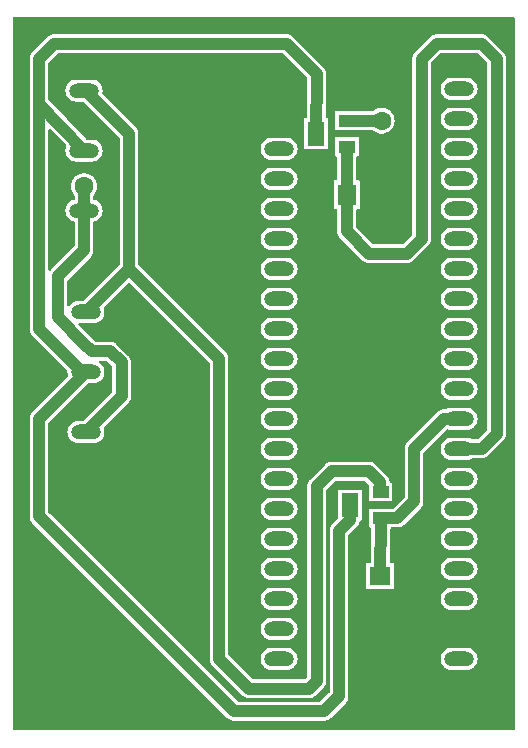
<source format=gtl>
G04 --- HEADER BEGIN --- *
%TF.GenerationSoftware,LibrePCB,LibrePCB,0.1.0*%
%TF.CreationDate,2018-07-30T22:42:00*%
%TF.ProjectId,desklift - bottom,cc45967b-cddc-4eac-8902-aaf571f4ea35,v2*%
%TF.Part,Single*%
%FSLAX66Y66*%
%MOMM*%
G01*
G74*
G04 --- HEADER END --- *
G04 --- APERTURE LIST BEGIN --- *
%ADD10O,2.54X1.27*%
%ADD11R,1.4X1.0*%
%ADD12R,1.4X2.0*%
%ADD13R,1.803X1.6*%
%ADD14R,1.6X1.803*%
%ADD15C,1.6*%
%ADD16C,1.0*%
%ADD17C,0.0*%
G04 --- APERTURE LIST END --- *
G04 --- BOARD BEGIN --- *
D10*
X43180000Y79851250D03*
X43180000Y69691250D03*
X43180000Y74771250D03*
D11*
X65436728Y77300112D03*
X65436728Y75100112D03*
D12*
X62836728Y76200112D03*
D10*
X43338750Y61118750D03*
X43338750Y50958750D03*
X43338750Y56038750D03*
X59691808Y41909696D03*
X59691808Y67309696D03*
X59691808Y77469696D03*
X59691808Y72389696D03*
X74931808Y57149696D03*
X74931808Y72389696D03*
X59691808Y54609696D03*
X59691808Y34289696D03*
X59691808Y44449696D03*
X74931808Y80009696D03*
X74931808Y54609696D03*
X59691808Y62229696D03*
X74931808Y31749696D03*
X74931808Y62229696D03*
X59691808Y69849696D03*
X74931808Y52069696D03*
X59691808Y31749696D03*
X74931808Y77469696D03*
X59691808Y57149696D03*
X74931808Y59689696D03*
X74931808Y44449696D03*
X59691808Y39369696D03*
X59691808Y46989696D03*
X74931808Y36829696D03*
X59691808Y64769696D03*
X74931808Y67309696D03*
X59691808Y80009696D03*
X59691808Y49529696D03*
X59691808Y52069696D03*
X74931808Y74929696D03*
X74931808Y69849696D03*
X74931808Y64769696D03*
X59691808Y36829696D03*
X74931808Y41909696D03*
X74931808Y46989696D03*
X74931808Y39369696D03*
X59691808Y59689696D03*
X74931808Y34289696D03*
X74931808Y49529696D03*
X59691808Y74929696D03*
D13*
X68262728Y38728264D03*
X68262728Y35884264D03*
D11*
X68292696Y45867512D03*
X68292696Y43667512D03*
D12*
X65692696Y44767512D03*
D14*
X65411740Y71040672D03*
X68255740Y71040672D03*
D15*
X43180000Y71755000D03*
X68381560Y77311344D03*
D16*
X43180000Y79851250D02*
X43340302Y79851250D01*
X67310848Y47625600D02*
X68263360Y46673088D01*
X54610688Y57150720D02*
X54610688Y31750400D01*
X67310848Y47625600D02*
X64135808Y47625600D01*
X62865792Y29845376D02*
X62230784Y29210368D01*
X57150720Y29210368D02*
X62230784Y29210368D01*
X57150720Y29210368D02*
X54610688Y31750400D01*
X46990592Y64770816D02*
X54610688Y57150720D01*
X62865792Y46355584D02*
X64135808Y47625600D01*
X62865792Y29845376D02*
X62865792Y43815552D01*
X62865792Y43815552D02*
X62865792Y46355584D01*
X68263360Y46673088D02*
X68292696Y45867512D01*
X46990592Y76200960D02*
X46990592Y64770816D01*
X46990592Y64770816D02*
X43338750Y61118750D01*
X43340302Y79851250D02*
X46990592Y76200960D01*
X39370496Y43815552D02*
X39370496Y48260608D01*
X39370000Y52070000D02*
X39370496Y48260608D01*
X63500800Y27305344D02*
X55880704Y27305344D01*
X39370496Y78740992D02*
X39370000Y82550000D01*
X64770816Y42575616D02*
X64770816Y28575360D01*
X62836728Y76200112D02*
X62865792Y81281024D01*
X40640512Y83821056D02*
X39370000Y82550000D01*
X55880704Y27305344D02*
X39370496Y43815552D01*
X63500800Y27305344D02*
X64770816Y28575360D01*
X39370496Y78740992D02*
X43180000Y74771250D01*
X62865792Y81281024D02*
X60325760Y83821056D01*
X43338750Y56038750D02*
X43022498Y56038750D01*
X65723328Y43528128D02*
X65692696Y44767512D01*
X39370496Y78740992D02*
X39370496Y59690752D01*
X64770816Y42575616D02*
X65723328Y43528128D01*
X39370000Y52070000D02*
X43338750Y56038750D01*
X40640512Y83821056D02*
X60325760Y83821056D01*
X43022498Y56038750D02*
X39370496Y59690752D01*
X68262728Y35884264D02*
X69856560Y34290432D01*
X69856560Y34290432D02*
X74931808Y34289696D01*
X71120896Y45085568D02*
X71120896Y49530624D01*
X68292696Y43667512D02*
X69702840Y43667512D01*
X73660928Y52070656D02*
X74931808Y52069696D01*
X68262728Y38728264D02*
X68262696Y38728296D01*
X68262696Y38728296D02*
X68292696Y43667512D01*
X71120896Y49530624D02*
X73660928Y52070656D01*
X69702840Y43667512D02*
X71120896Y45085568D01*
X45403072Y57785728D02*
X46355584Y56833216D01*
X65436728Y77300112D02*
X68381560Y77311344D01*
X43815552Y57785728D02*
X45403072Y57785728D01*
X43180544Y58420736D02*
X40958016Y60643264D01*
X43338750Y50958750D02*
X46355584Y53975680D01*
X46355584Y56833216D02*
X46355584Y53975680D01*
X43180544Y58420736D02*
X43815552Y57785728D01*
X43180544Y71754456D02*
X43180000Y69691250D01*
X40958016Y60643264D02*
X40958016Y64135808D01*
X43180000Y71755000D02*
X43180544Y71754456D01*
X43180544Y66358336D02*
X43180000Y69691250D01*
X40958016Y64135808D02*
X43180544Y66358336D01*
X71755904Y67310848D02*
X71755904Y82551040D01*
X74931808Y49529696D02*
X76835040Y49529696D01*
X67310848Y66040832D02*
X65405824Y67945856D01*
X73025920Y83821056D02*
X71755904Y82551040D01*
X78105984Y81281024D02*
X78105984Y50800640D01*
X65405824Y67945856D02*
X65411740Y71040672D01*
X65436728Y75100112D02*
X65411740Y71040672D01*
X71755904Y67310848D02*
X70485888Y66040832D01*
X78105984Y82551040D02*
X76835968Y83821056D01*
X73025920Y83821056D02*
X76835968Y83821056D01*
X78105984Y81281024D02*
X78105984Y82551040D01*
X67310848Y66040832D02*
X70485888Y66040832D01*
X76835040Y49529696D02*
X78105984Y50800640D01*
D17*
G36*
X79669327Y25719500D02*
X79710000Y25800000D01*
X79710000Y85960000D01*
X79690500Y86019327D01*
X79610000Y86060000D01*
X37230000Y86060000D01*
X37170673Y86040500D01*
X37130000Y85960000D01*
X37130000Y25800000D01*
X37149500Y25740673D01*
X37230000Y25700000D01*
X55883327Y25700000D01*
X55883327Y26505344D01*
X55878095Y26505618D01*
X55820850Y26511635D01*
X55815630Y26512046D01*
X55760788Y26514920D01*
X55750492Y26516550D01*
X55742877Y26518591D01*
X55727446Y26521451D01*
X55719586Y26522277D01*
X55709387Y26524445D01*
X55657098Y26541435D01*
X55652076Y26542923D01*
X55599066Y26557127D01*
X55589346Y26560858D01*
X55582322Y26564437D01*
X55567818Y26570445D01*
X55560299Y26572888D01*
X55550776Y26577128D01*
X55503184Y26604605D01*
X55498584Y26607102D01*
X55449662Y26632029D01*
X55440922Y26637705D01*
X55434798Y26642665D01*
X55421859Y26651558D01*
X55415012Y26655511D01*
X55406582Y26661635D01*
X55365747Y26698404D01*
X55361764Y26701806D01*
X55317042Y26738020D01*
X55313177Y26741500D01*
X38806654Y43248023D01*
X38803161Y43251902D01*
X38766950Y43296619D01*
X38763550Y43300600D01*
X38726789Y43341427D01*
X38720664Y43349858D01*
X38716714Y43356699D01*
X38707827Y43369630D01*
X38702854Y43375771D01*
X38697182Y43384505D01*
X38672243Y43433451D01*
X38669744Y43438052D01*
X38642280Y43485621D01*
X38638042Y43495141D01*
X38635601Y43502653D01*
X38629593Y43517157D01*
X38626008Y43524192D01*
X38622275Y43533916D01*
X38608057Y43586983D01*
X38606569Y43592006D01*
X38589596Y43644240D01*
X38587429Y43654434D01*
X38586604Y43662285D01*
X38583745Y43677716D01*
X38581700Y43685347D01*
X38580071Y43695636D01*
X38577196Y43750497D01*
X38576785Y43755717D01*
X38570770Y43812943D01*
X38570496Y43818175D01*
X38570496Y48260608D01*
X38570497Y48260639D01*
X38570000Y52067276D01*
X38570273Y52072495D01*
X38576290Y52129815D01*
X38576699Y52135022D01*
X38579576Y52189915D01*
X38581207Y52200212D01*
X38583235Y52207784D01*
X38586094Y52223216D01*
X38586913Y52231015D01*
X38589078Y52241207D01*
X38606068Y52293520D01*
X38607551Y52298529D01*
X38621780Y52351634D01*
X38625516Y52361368D01*
X38629073Y52368349D01*
X38635080Y52382853D01*
X38637501Y52390307D01*
X38641742Y52399835D01*
X38669230Y52447461D01*
X38671721Y52452050D01*
X38696683Y52501040D01*
X38702363Y52509786D01*
X38707293Y52515874D01*
X38716185Y52528813D01*
X38720102Y52535600D01*
X38726232Y52544039D01*
X38763023Y52584910D01*
X38766415Y52588882D01*
X38802674Y52633658D01*
X38806164Y52637535D01*
X41799785Y55631156D01*
X41827947Y55686896D01*
X41824768Y55730895D01*
X41788141Y55851638D01*
X41786234Y55861227D01*
X41769231Y56033866D01*
X41769231Y56043634D01*
X41775086Y56103087D01*
X41746278Y56183599D01*
X38806654Y59123223D01*
X38803161Y59127102D01*
X38766950Y59171819D01*
X38763550Y59175800D01*
X38726789Y59216627D01*
X38720664Y59225058D01*
X38716714Y59231899D01*
X38707827Y59244830D01*
X38702854Y59250971D01*
X38697182Y59259705D01*
X38672243Y59308651D01*
X38669744Y59313252D01*
X38642280Y59360821D01*
X38638042Y59370341D01*
X38635601Y59377853D01*
X38629593Y59392357D01*
X38626008Y59399392D01*
X38622275Y59409116D01*
X38608057Y59462183D01*
X38606569Y59467206D01*
X38589596Y59519440D01*
X38587429Y59529634D01*
X38586604Y59537485D01*
X38583745Y59552916D01*
X38581700Y59560547D01*
X38580071Y59570836D01*
X38577196Y59625697D01*
X38576785Y59630917D01*
X38570770Y59688143D01*
X38570496Y59693375D01*
X38570496Y78740888D01*
X38570001Y82547275D01*
X38570274Y82552497D01*
X38576278Y82609697D01*
X38576688Y82614923D01*
X38579550Y82669745D01*
X38581178Y82680040D01*
X38583232Y82687712D01*
X38586086Y82703129D01*
X38586913Y82711010D01*
X38589081Y82721213D01*
X38606031Y82773406D01*
X38607519Y82778432D01*
X38621719Y82831472D01*
X38625454Y82841208D01*
X38629051Y82848270D01*
X38635053Y82862766D01*
X38637503Y82870309D01*
X38641741Y82879833D01*
X38669182Y82927375D01*
X38671684Y82931985D01*
X38696593Y82980898D01*
X38702272Y82989648D01*
X38707258Y82995807D01*
X38716142Y83008738D01*
X38720101Y83015597D01*
X38726233Y83024040D01*
X38762954Y83064833D01*
X38766359Y83068822D01*
X38802540Y83113522D01*
X38806047Y83117419D01*
X40072851Y84384765D01*
X40076742Y84388269D01*
X40121532Y84424556D01*
X40125496Y84427942D01*
X40166393Y84464766D01*
X40174822Y84470890D01*
X40181577Y84474790D01*
X40194527Y84483692D01*
X40200586Y84488600D01*
X40209325Y84494279D01*
X40258341Y84519267D01*
X40262923Y84521755D01*
X40310582Y84549271D01*
X40320112Y84553514D01*
X40327527Y84555923D01*
X40342047Y84561939D01*
X40348992Y84565479D01*
X40358716Y84569215D01*
X40411849Y84583464D01*
X40416848Y84584945D01*
X40469195Y84601954D01*
X40479400Y84604122D01*
X40487151Y84604937D01*
X40502601Y84607802D01*
X40510127Y84609820D01*
X40520431Y84611455D01*
X40575367Y84614345D01*
X40580567Y84614755D01*
X40637904Y84620782D01*
X40643133Y84621056D01*
X60323137Y84621056D01*
X60328369Y84620782D01*
X60385604Y84614766D01*
X60390823Y84614355D01*
X60445676Y84611480D01*
X60455971Y84609850D01*
X60463594Y84607807D01*
X60479027Y84604947D01*
X60486875Y84604122D01*
X60497072Y84601955D01*
X60549296Y84584985D01*
X60554319Y84583497D01*
X60607392Y84569277D01*
X60617122Y84565542D01*
X60624164Y84561954D01*
X60638661Y84555950D01*
X60646165Y84553512D01*
X60655688Y84549272D01*
X60703253Y84521811D01*
X60707852Y84519314D01*
X60756803Y84494372D01*
X60765544Y84488695D01*
X60771688Y84483720D01*
X60784615Y84474836D01*
X60791450Y84470890D01*
X60799885Y84464761D01*
X60840693Y84428017D01*
X60844674Y84424617D01*
X60889411Y84388390D01*
X60893290Y84384897D01*
X63429624Y81848563D01*
X63433133Y81844666D01*
X63470988Y81797918D01*
X63474007Y81794362D01*
X63512199Y81751454D01*
X63518273Y81742993D01*
X63520904Y81738375D01*
X63530074Y81724952D01*
X63533426Y81720812D01*
X63539105Y81712067D01*
X63565214Y81660826D01*
X63567427Y81656722D01*
X63595879Y81606784D01*
X63600067Y81597231D01*
X63601680Y81592169D01*
X63607860Y81577129D01*
X63610273Y81572392D01*
X63614011Y81562656D01*
X63628894Y81507113D01*
X63630205Y81502639D01*
X63647656Y81447865D01*
X63649764Y81437664D01*
X63650289Y81432374D01*
X63653208Y81416371D01*
X63654586Y81411230D01*
X63656215Y81400941D01*
X63659224Y81343523D01*
X63659577Y81338871D01*
X63665519Y81279052D01*
X63665763Y81273827D01*
X63644751Y77600684D01*
X63663911Y77541246D01*
X63744749Y77500112D01*
X63820715Y77500112D01*
X63825480Y77498546D01*
X63836728Y77476284D01*
X63836728Y74916125D01*
X63835162Y74911360D01*
X63812900Y74900112D01*
X61852741Y74900112D01*
X61847976Y74901678D01*
X61836728Y74923940D01*
X61836728Y77484099D01*
X61838294Y77488864D01*
X61860556Y77500112D01*
X61944723Y77500112D01*
X62004050Y77519612D01*
X62044721Y77599540D01*
X62063656Y80909793D01*
X62034369Y80981076D01*
X60023678Y82991767D01*
X59952967Y83021056D01*
X41013418Y83021056D01*
X40942692Y82991752D01*
X40199322Y82248064D01*
X40170048Y82177355D01*
X40170448Y79103009D01*
X40198296Y79033783D01*
X43361994Y75737011D01*
X43434146Y75706250D01*
X43812550Y75706250D01*
X43817443Y75706009D01*
X43992514Y75688766D01*
X44002115Y75686857D01*
X44168111Y75636502D01*
X44177138Y75632763D01*
X44330124Y75550991D01*
X44338256Y75545557D01*
X44472346Y75435511D01*
X44479261Y75428596D01*
X44589307Y75294506D01*
X44594741Y75286374D01*
X44676513Y75133388D01*
X44680252Y75124361D01*
X44730607Y74958365D01*
X44732516Y74948764D01*
X44749518Y74776144D01*
X44749518Y74766356D01*
X44732516Y74593735D01*
X44730607Y74584134D01*
X44680252Y74418138D01*
X44676513Y74409111D01*
X44594741Y74256125D01*
X44589307Y74247993D01*
X44479261Y74113903D01*
X44472346Y74106988D01*
X44338256Y73996942D01*
X44330124Y73991508D01*
X44177138Y73909736D01*
X44168111Y73905997D01*
X44002111Y73855641D01*
X43992522Y73853734D01*
X43817440Y73836490D01*
X43812543Y73836250D01*
X42547457Y73836250D01*
X42542560Y73836490D01*
X42367477Y73853734D01*
X42357888Y73855641D01*
X42191888Y73905997D01*
X42182861Y73909736D01*
X42029875Y73991508D01*
X42021743Y73996942D01*
X41887653Y74106988D01*
X41880738Y74113903D01*
X41770692Y74247993D01*
X41765258Y74256125D01*
X41683486Y74409111D01*
X41679747Y74418138D01*
X41629391Y74584138D01*
X41627484Y74593727D01*
X41610481Y74766366D01*
X41610481Y74776134D01*
X41627484Y74948772D01*
X41629391Y74958361D01*
X41675391Y75110002D01*
X41673953Y75172435D01*
X41651849Y75208269D01*
X40342648Y76572539D01*
X40287500Y76601844D01*
X40225721Y76592716D01*
X40181404Y76548716D01*
X40170496Y76503300D01*
X40170496Y64710719D01*
X40189996Y64651392D01*
X40240891Y64615202D01*
X40303332Y64616264D01*
X40344811Y64643806D01*
X40351085Y64650774D01*
X40354485Y64654756D01*
X40390682Y64699456D01*
X40394181Y64703343D01*
X42351194Y66660356D01*
X42380483Y66731083D01*
X42380164Y68694735D01*
X42360654Y68754060D01*
X42309193Y68790413D01*
X42191885Y68825998D01*
X42182861Y68829736D01*
X42029875Y68911508D01*
X42021743Y68916942D01*
X41887653Y69026988D01*
X41880738Y69033903D01*
X41770692Y69167993D01*
X41765258Y69176125D01*
X41683486Y69329111D01*
X41679747Y69338138D01*
X41629391Y69504138D01*
X41627484Y69513727D01*
X41610481Y69686366D01*
X41610481Y69696134D01*
X41627484Y69868772D01*
X41629391Y69878361D01*
X41679747Y70044361D01*
X41683486Y70053388D01*
X41765258Y70206374D01*
X41770692Y70214506D01*
X41880738Y70348596D01*
X41887653Y70355511D01*
X42021743Y70465557D01*
X42029875Y70470991D01*
X42182861Y70552763D01*
X42191888Y70556502D01*
X42309292Y70592116D01*
X42360405Y70627998D01*
X42380264Y70687783D01*
X42380337Y70962849D01*
X42360139Y71023140D01*
X42247541Y71172243D01*
X42242701Y71180060D01*
X42156341Y71353496D01*
X42153016Y71362078D01*
X42099994Y71548431D01*
X42098302Y71557480D01*
X42080427Y71750392D01*
X42080427Y71759608D01*
X42098302Y71952519D01*
X42099994Y71961568D01*
X42153016Y72147921D01*
X42156341Y72156503D01*
X42242701Y72329939D01*
X42247545Y72337762D01*
X42364301Y72492371D01*
X42370509Y72499181D01*
X42513686Y72629704D01*
X42521032Y72635252D01*
X42685759Y72737247D01*
X42693998Y72741349D01*
X42874653Y72811336D01*
X42883521Y72813859D01*
X43073960Y72849458D01*
X43083125Y72850307D01*
X43276874Y72850307D01*
X43286039Y72849458D01*
X43476478Y72813859D01*
X43485346Y72811336D01*
X43666001Y72741349D01*
X43674240Y72737247D01*
X43838967Y72635252D01*
X43846313Y72629704D01*
X43989490Y72499181D01*
X43995698Y72492371D01*
X44112454Y72337762D01*
X44117298Y72329939D01*
X44203658Y72156503D01*
X44206983Y72147921D01*
X44260005Y71961568D01*
X44261697Y71952519D01*
X44279573Y71759608D01*
X44279573Y71750392D01*
X44261697Y71557480D01*
X44260005Y71548431D01*
X44206983Y71362078D01*
X44203658Y71353496D01*
X44117298Y71180060D01*
X44112454Y71172237D01*
X44000533Y71024029D01*
X43980335Y70963792D01*
X43980262Y70687676D01*
X43999746Y70628344D01*
X44051234Y70591956D01*
X44168111Y70556502D01*
X44177138Y70552763D01*
X44330124Y70470991D01*
X44338256Y70465557D01*
X44472346Y70355511D01*
X44479261Y70348596D01*
X44589307Y70214506D01*
X44594741Y70206374D01*
X44676513Y70053388D01*
X44680252Y70044361D01*
X44730607Y69878365D01*
X44732516Y69868764D01*
X44749518Y69696144D01*
X44749518Y69686356D01*
X44732516Y69513735D01*
X44730607Y69504134D01*
X44680252Y69338138D01*
X44676513Y69329111D01*
X44594741Y69176125D01*
X44589307Y69167993D01*
X44479261Y69033903D01*
X44472346Y69026988D01*
X44338256Y68916942D01*
X44330124Y68911508D01*
X44177138Y68829736D01*
X44168113Y68825998D01*
X44051134Y68790512D01*
X44000022Y68754629D01*
X43980163Y68694802D01*
X43980543Y66361087D01*
X43980270Y66355863D01*
X43974254Y66298542D01*
X43973845Y66293338D01*
X43970967Y66238419D01*
X43969337Y66228126D01*
X43967313Y66220572D01*
X43964452Y66205130D01*
X43963635Y66197344D01*
X43961470Y66187153D01*
X43944484Y66134850D01*
X43943001Y66129843D01*
X43928763Y66076703D01*
X43925028Y66066975D01*
X43921479Y66060010D01*
X43915466Y66045489D01*
X43913049Y66038045D01*
X43908813Y66028526D01*
X43881316Y65980883D01*
X43878825Y65976296D01*
X43853855Y65927289D01*
X43848182Y65918554D01*
X43843260Y65912476D01*
X43834361Y65899525D01*
X43830456Y65892758D01*
X43824325Y65884316D01*
X43787542Y65843451D01*
X43784154Y65839483D01*
X43747887Y65794698D01*
X43744376Y65790798D01*
X41787305Y63833727D01*
X41758016Y63763016D01*
X41758016Y61712605D01*
X41777516Y61653278D01*
X41828411Y61617088D01*
X41890852Y61618150D01*
X41935317Y61649165D01*
X42039488Y61776096D01*
X42046403Y61783011D01*
X42180493Y61893057D01*
X42188625Y61898491D01*
X42341611Y61980263D01*
X42350638Y61984002D01*
X42516634Y62034357D01*
X42526235Y62036266D01*
X42701307Y62053509D01*
X42706200Y62053750D01*
X43100932Y62053750D01*
X43171645Y62083041D01*
X46161305Y65072884D01*
X46190592Y65143593D01*
X46190592Y75828168D01*
X46161303Y75898879D01*
X43173221Y78886961D01*
X43102510Y78916250D01*
X42547457Y78916250D01*
X42542560Y78916490D01*
X42367477Y78933734D01*
X42357888Y78935641D01*
X42191888Y78985997D01*
X42182861Y78989736D01*
X42029875Y79071508D01*
X42021743Y79076942D01*
X41887653Y79186988D01*
X41880738Y79193903D01*
X41770692Y79327993D01*
X41765258Y79336125D01*
X41683486Y79489111D01*
X41679747Y79498138D01*
X41629391Y79664138D01*
X41627484Y79673727D01*
X41610481Y79846366D01*
X41610481Y79856134D01*
X41627484Y80028772D01*
X41629391Y80038361D01*
X41679747Y80204361D01*
X41683486Y80213388D01*
X41765258Y80366374D01*
X41770692Y80374506D01*
X41880738Y80508596D01*
X41887653Y80515511D01*
X42021743Y80625557D01*
X42029875Y80630991D01*
X42182861Y80712763D01*
X42191888Y80716502D01*
X42357884Y80766857D01*
X42367485Y80768766D01*
X42542557Y80786009D01*
X42547450Y80786250D01*
X43812550Y80786250D01*
X43817443Y80786009D01*
X43992514Y80768766D01*
X44002115Y80766857D01*
X44168111Y80716502D01*
X44177138Y80712763D01*
X44330124Y80630991D01*
X44338256Y80625557D01*
X44472346Y80515511D01*
X44479261Y80508596D01*
X44589307Y80374506D01*
X44594741Y80366374D01*
X44676513Y80213388D01*
X44680252Y80204361D01*
X44730607Y80038365D01*
X44732516Y80028764D01*
X44749518Y79856144D01*
X44749518Y79846356D01*
X44732516Y79673733D01*
X44729649Y79659318D01*
X44731465Y79658957D01*
X44732722Y79603973D01*
X44756273Y79566649D01*
X47554435Y76768487D01*
X47557915Y76764622D01*
X47594137Y76719890D01*
X47597539Y76715907D01*
X47634298Y76675083D01*
X47640427Y76666647D01*
X47644373Y76659811D01*
X47653266Y76646870D01*
X47658232Y76640738D01*
X47663907Y76632000D01*
X47688837Y76583072D01*
X47691334Y76578472D01*
X47718807Y76530887D01*
X47723048Y76521361D01*
X47725489Y76513849D01*
X47731497Y76499344D01*
X47735076Y76492321D01*
X47738810Y76482592D01*
X47753019Y76429569D01*
X47754505Y76424553D01*
X47771490Y76372277D01*
X47773658Y76362075D01*
X47774484Y76354217D01*
X47777344Y76338787D01*
X47779384Y76331173D01*
X47781015Y76320875D01*
X47783889Y76266043D01*
X47784300Y76260824D01*
X47790318Y76203569D01*
X47790592Y76198337D01*
X47790592Y65143609D01*
X47819881Y65072898D01*
X55174532Y57718247D01*
X55178012Y57714382D01*
X55214243Y57669639D01*
X55217645Y57665656D01*
X55254397Y57624839D01*
X55260521Y57616411D01*
X55264472Y57609567D01*
X55273357Y57596639D01*
X55278323Y57590506D01*
X55284005Y57581756D01*
X55308942Y57532817D01*
X55311439Y57528218D01*
X55338901Y57480652D01*
X55343144Y57471122D01*
X55345583Y57463615D01*
X55351591Y57449110D01*
X55355173Y57442081D01*
X55358907Y57432354D01*
X55373126Y57379288D01*
X55374614Y57374268D01*
X55391586Y57322034D01*
X55393753Y57311839D01*
X55394580Y57303977D01*
X55397439Y57288554D01*
X55399481Y57280931D01*
X55401112Y57270636D01*
X55403987Y57215784D01*
X55404398Y57210565D01*
X55410414Y57153329D01*
X55410688Y57148097D01*
X55410688Y32123193D01*
X55439977Y32052482D01*
X57452802Y30039657D01*
X57523513Y30010368D01*
X59059265Y30010368D01*
X59059265Y30814696D01*
X59054368Y30814936D01*
X58879285Y30832180D01*
X58869696Y30834087D01*
X58703696Y30884443D01*
X58694669Y30888182D01*
X58541683Y30969954D01*
X58533551Y30975388D01*
X58399461Y31085434D01*
X58392546Y31092349D01*
X58282500Y31226439D01*
X58277066Y31234571D01*
X58195294Y31387557D01*
X58191555Y31396584D01*
X58141199Y31562584D01*
X58139292Y31572173D01*
X58122289Y31744812D01*
X58122289Y31754580D01*
X58139292Y31927218D01*
X58141199Y31936807D01*
X58191555Y32102807D01*
X58195294Y32111834D01*
X58277066Y32264820D01*
X58282500Y32272952D01*
X58392546Y32407042D01*
X58399461Y32413957D01*
X58533551Y32524003D01*
X58541683Y32529437D01*
X58694669Y32611209D01*
X58703696Y32614948D01*
X58869692Y32665303D01*
X58879293Y32667212D01*
X59054365Y32684455D01*
X59059258Y32684696D01*
X59059265Y32684696D01*
X59059265Y33354696D01*
X59054368Y33354936D01*
X58879285Y33372180D01*
X58869696Y33374087D01*
X58703696Y33424443D01*
X58694669Y33428182D01*
X58541683Y33509954D01*
X58533551Y33515388D01*
X58399461Y33625434D01*
X58392546Y33632349D01*
X58282500Y33766439D01*
X58277066Y33774571D01*
X58195294Y33927557D01*
X58191555Y33936584D01*
X58141199Y34102584D01*
X58139292Y34112173D01*
X58122289Y34284812D01*
X58122289Y34294580D01*
X58139292Y34467218D01*
X58141199Y34476807D01*
X58191555Y34642807D01*
X58195294Y34651834D01*
X58277066Y34804820D01*
X58282500Y34812952D01*
X58392546Y34947042D01*
X58399461Y34953957D01*
X58533551Y35064003D01*
X58541683Y35069437D01*
X58694669Y35151209D01*
X58703696Y35154948D01*
X58869692Y35205303D01*
X58879293Y35207212D01*
X59054365Y35224455D01*
X59059258Y35224696D01*
X59059265Y35224696D01*
X59059265Y35894696D01*
X59054368Y35894936D01*
X58879285Y35912180D01*
X58869696Y35914087D01*
X58703696Y35964443D01*
X58694669Y35968182D01*
X58541683Y36049954D01*
X58533551Y36055388D01*
X58399461Y36165434D01*
X58392546Y36172349D01*
X58282500Y36306439D01*
X58277066Y36314571D01*
X58195294Y36467557D01*
X58191555Y36476584D01*
X58141199Y36642584D01*
X58139292Y36652173D01*
X58122289Y36824812D01*
X58122289Y36834580D01*
X58139292Y37007218D01*
X58141199Y37016807D01*
X58191555Y37182807D01*
X58195294Y37191834D01*
X58277066Y37344820D01*
X58282500Y37352952D01*
X58392546Y37487042D01*
X58399461Y37493957D01*
X58533551Y37604003D01*
X58541683Y37609437D01*
X58694669Y37691209D01*
X58703696Y37694948D01*
X58869692Y37745303D01*
X58879293Y37747212D01*
X59054365Y37764455D01*
X59059258Y37764696D01*
X59059265Y37764696D01*
X59059265Y38434696D01*
X59054368Y38434936D01*
X58879285Y38452180D01*
X58869696Y38454087D01*
X58703696Y38504443D01*
X58694669Y38508182D01*
X58541683Y38589954D01*
X58533551Y38595388D01*
X58399461Y38705434D01*
X58392546Y38712349D01*
X58282500Y38846439D01*
X58277066Y38854571D01*
X58195294Y39007557D01*
X58191555Y39016584D01*
X58141199Y39182584D01*
X58139292Y39192173D01*
X58122289Y39364812D01*
X58122289Y39374580D01*
X58139292Y39547218D01*
X58141199Y39556807D01*
X58191555Y39722807D01*
X58195294Y39731834D01*
X58277066Y39884820D01*
X58282500Y39892952D01*
X58392546Y40027042D01*
X58399461Y40033957D01*
X58533551Y40144003D01*
X58541683Y40149437D01*
X58694669Y40231209D01*
X58703696Y40234948D01*
X58869692Y40285303D01*
X58879293Y40287212D01*
X59054365Y40304455D01*
X59059258Y40304696D01*
X59059265Y40304696D01*
X59059265Y40974696D01*
X59054368Y40974936D01*
X58879285Y40992180D01*
X58869696Y40994087D01*
X58703696Y41044443D01*
X58694669Y41048182D01*
X58541683Y41129954D01*
X58533551Y41135388D01*
X58399461Y41245434D01*
X58392546Y41252349D01*
X58282500Y41386439D01*
X58277066Y41394571D01*
X58195294Y41547557D01*
X58191555Y41556584D01*
X58141199Y41722584D01*
X58139292Y41732173D01*
X58122289Y41904812D01*
X58122289Y41914580D01*
X58139292Y42087218D01*
X58141199Y42096807D01*
X58191555Y42262807D01*
X58195294Y42271834D01*
X58277066Y42424820D01*
X58282500Y42432952D01*
X58392546Y42567042D01*
X58399461Y42573957D01*
X58533551Y42684003D01*
X58541683Y42689437D01*
X58694669Y42771209D01*
X58703696Y42774948D01*
X58869692Y42825303D01*
X58879293Y42827212D01*
X59054365Y42844455D01*
X59059258Y42844696D01*
X59059265Y42844696D01*
X59059265Y43514696D01*
X59054368Y43514936D01*
X58879285Y43532180D01*
X58869696Y43534087D01*
X58703696Y43584443D01*
X58694669Y43588182D01*
X58541683Y43669954D01*
X58533551Y43675388D01*
X58399461Y43785434D01*
X58392546Y43792349D01*
X58282500Y43926439D01*
X58277066Y43934571D01*
X58195294Y44087557D01*
X58191555Y44096584D01*
X58141199Y44262584D01*
X58139292Y44272173D01*
X58122289Y44444812D01*
X58122289Y44454580D01*
X58139292Y44627218D01*
X58141199Y44636807D01*
X58191555Y44802807D01*
X58195294Y44811834D01*
X58277066Y44964820D01*
X58282500Y44972952D01*
X58392546Y45107042D01*
X58399461Y45113957D01*
X58533551Y45224003D01*
X58541683Y45229437D01*
X58694669Y45311209D01*
X58703696Y45314948D01*
X58869692Y45365303D01*
X58879293Y45367212D01*
X59054365Y45384455D01*
X59059258Y45384696D01*
X59059265Y45384696D01*
X59059265Y46054696D01*
X59054368Y46054936D01*
X58879285Y46072180D01*
X58869696Y46074087D01*
X58703696Y46124443D01*
X58694669Y46128182D01*
X58541683Y46209954D01*
X58533551Y46215388D01*
X58399461Y46325434D01*
X58392546Y46332349D01*
X58282500Y46466439D01*
X58277066Y46474571D01*
X58195294Y46627557D01*
X58191555Y46636584D01*
X58141199Y46802584D01*
X58139292Y46812173D01*
X58122289Y46984812D01*
X58122289Y46994580D01*
X58139292Y47167218D01*
X58141199Y47176807D01*
X58191555Y47342807D01*
X58195294Y47351834D01*
X58277066Y47504820D01*
X58282500Y47512952D01*
X58392546Y47647042D01*
X58399461Y47653957D01*
X58533551Y47764003D01*
X58541683Y47769437D01*
X58694669Y47851209D01*
X58703696Y47854948D01*
X58869692Y47905303D01*
X58879293Y47907212D01*
X59054365Y47924455D01*
X59059258Y47924696D01*
X59059265Y47924696D01*
X59059265Y48594696D01*
X59054368Y48594936D01*
X58879285Y48612180D01*
X58869696Y48614087D01*
X58703696Y48664443D01*
X58694669Y48668182D01*
X58541683Y48749954D01*
X58533551Y48755388D01*
X58399461Y48865434D01*
X58392546Y48872349D01*
X58282500Y49006439D01*
X58277066Y49014571D01*
X58195294Y49167557D01*
X58191555Y49176584D01*
X58141199Y49342584D01*
X58139292Y49352173D01*
X58122289Y49524812D01*
X58122289Y49534580D01*
X58139292Y49707218D01*
X58141199Y49716807D01*
X58191555Y49882807D01*
X58195294Y49891834D01*
X58277066Y50044820D01*
X58282500Y50052952D01*
X58392546Y50187042D01*
X58399461Y50193957D01*
X58533551Y50304003D01*
X58541683Y50309437D01*
X58694669Y50391209D01*
X58703696Y50394948D01*
X58869692Y50445303D01*
X58879293Y50447212D01*
X59054365Y50464455D01*
X59059258Y50464696D01*
X59059265Y50464696D01*
X59059265Y51134696D01*
X59054368Y51134936D01*
X58879285Y51152180D01*
X58869696Y51154087D01*
X58703696Y51204443D01*
X58694669Y51208182D01*
X58541683Y51289954D01*
X58533551Y51295388D01*
X58399461Y51405434D01*
X58392546Y51412349D01*
X58282500Y51546439D01*
X58277066Y51554571D01*
X58195294Y51707557D01*
X58191555Y51716584D01*
X58141199Y51882584D01*
X58139292Y51892173D01*
X58122289Y52064812D01*
X58122289Y52074580D01*
X58139292Y52247218D01*
X58141199Y52256807D01*
X58191555Y52422807D01*
X58195294Y52431834D01*
X58277066Y52584820D01*
X58282500Y52592952D01*
X58392546Y52727042D01*
X58399461Y52733957D01*
X58533551Y52844003D01*
X58541683Y52849437D01*
X58694669Y52931209D01*
X58703696Y52934948D01*
X58869692Y52985303D01*
X58879293Y52987212D01*
X59054365Y53004455D01*
X59059258Y53004696D01*
X59059265Y53004696D01*
X59059265Y53674696D01*
X59054368Y53674936D01*
X58879285Y53692180D01*
X58869696Y53694087D01*
X58703696Y53744443D01*
X58694669Y53748182D01*
X58541683Y53829954D01*
X58533551Y53835388D01*
X58399461Y53945434D01*
X58392546Y53952349D01*
X58282500Y54086439D01*
X58277066Y54094571D01*
X58195294Y54247557D01*
X58191555Y54256584D01*
X58141199Y54422584D01*
X58139292Y54432173D01*
X58122289Y54604812D01*
X58122289Y54614580D01*
X58139292Y54787218D01*
X58141199Y54796807D01*
X58191555Y54962807D01*
X58195294Y54971834D01*
X58277066Y55124820D01*
X58282500Y55132952D01*
X58392546Y55267042D01*
X58399461Y55273957D01*
X58533551Y55384003D01*
X58541683Y55389437D01*
X58694669Y55471209D01*
X58703696Y55474948D01*
X58869692Y55525303D01*
X58879293Y55527212D01*
X59054365Y55544455D01*
X59059258Y55544696D01*
X59059265Y55544696D01*
X59059265Y56214696D01*
X59054368Y56214936D01*
X58879285Y56232180D01*
X58869696Y56234087D01*
X58703696Y56284443D01*
X58694669Y56288182D01*
X58541683Y56369954D01*
X58533551Y56375388D01*
X58399461Y56485434D01*
X58392546Y56492349D01*
X58282500Y56626439D01*
X58277066Y56634571D01*
X58195294Y56787557D01*
X58191555Y56796584D01*
X58141199Y56962584D01*
X58139292Y56972173D01*
X58122289Y57144812D01*
X58122289Y57154580D01*
X58139292Y57327218D01*
X58141199Y57336807D01*
X58191555Y57502807D01*
X58195294Y57511834D01*
X58277066Y57664820D01*
X58282500Y57672952D01*
X58392546Y57807042D01*
X58399461Y57813957D01*
X58533551Y57924003D01*
X58541683Y57929437D01*
X58694669Y58011209D01*
X58703696Y58014948D01*
X58869692Y58065303D01*
X58879293Y58067212D01*
X59054365Y58084455D01*
X59059258Y58084696D01*
X59059265Y58084696D01*
X59059265Y58754696D01*
X59054368Y58754936D01*
X58879285Y58772180D01*
X58869696Y58774087D01*
X58703696Y58824443D01*
X58694669Y58828182D01*
X58541683Y58909954D01*
X58533551Y58915388D01*
X58399461Y59025434D01*
X58392546Y59032349D01*
X58282500Y59166439D01*
X58277066Y59174571D01*
X58195294Y59327557D01*
X58191555Y59336584D01*
X58141199Y59502584D01*
X58139292Y59512173D01*
X58122289Y59684812D01*
X58122289Y59694580D01*
X58139292Y59867218D01*
X58141199Y59876807D01*
X58191555Y60042807D01*
X58195294Y60051834D01*
X58277066Y60204820D01*
X58282500Y60212952D01*
X58392546Y60347042D01*
X58399461Y60353957D01*
X58533551Y60464003D01*
X58541683Y60469437D01*
X58694669Y60551209D01*
X58703696Y60554948D01*
X58869692Y60605303D01*
X58879293Y60607212D01*
X59054365Y60624455D01*
X59059258Y60624696D01*
X59059265Y60624696D01*
X59059265Y61294696D01*
X59054368Y61294936D01*
X58879285Y61312180D01*
X58869696Y61314087D01*
X58703696Y61364443D01*
X58694669Y61368182D01*
X58541683Y61449954D01*
X58533551Y61455388D01*
X58399461Y61565434D01*
X58392546Y61572349D01*
X58282500Y61706439D01*
X58277066Y61714571D01*
X58195294Y61867557D01*
X58191555Y61876584D01*
X58141199Y62042584D01*
X58139292Y62052173D01*
X58122289Y62224812D01*
X58122289Y62234580D01*
X58139292Y62407218D01*
X58141199Y62416807D01*
X58191555Y62582807D01*
X58195294Y62591834D01*
X58277066Y62744820D01*
X58282500Y62752952D01*
X58392546Y62887042D01*
X58399461Y62893957D01*
X58533551Y63004003D01*
X58541683Y63009437D01*
X58694669Y63091209D01*
X58703696Y63094948D01*
X58869692Y63145303D01*
X58879293Y63147212D01*
X59054365Y63164455D01*
X59059258Y63164696D01*
X59059265Y63164696D01*
X59059265Y63834696D01*
X59054368Y63834936D01*
X58879285Y63852180D01*
X58869696Y63854087D01*
X58703696Y63904443D01*
X58694669Y63908182D01*
X58541683Y63989954D01*
X58533551Y63995388D01*
X58399461Y64105434D01*
X58392546Y64112349D01*
X58282500Y64246439D01*
X58277066Y64254571D01*
X58195294Y64407557D01*
X58191555Y64416584D01*
X58141199Y64582584D01*
X58139292Y64592173D01*
X58122289Y64764812D01*
X58122289Y64774580D01*
X58139292Y64947218D01*
X58141199Y64956807D01*
X58191555Y65122807D01*
X58195294Y65131834D01*
X58277066Y65284820D01*
X58282500Y65292952D01*
X58392546Y65427042D01*
X58399461Y65433957D01*
X58533551Y65544003D01*
X58541683Y65549437D01*
X58694669Y65631209D01*
X58703696Y65634948D01*
X58869692Y65685303D01*
X58879293Y65687212D01*
X59054365Y65704455D01*
X59059258Y65704696D01*
X59059265Y65704696D01*
X59059265Y66374696D01*
X59054368Y66374936D01*
X58879285Y66392180D01*
X58869696Y66394087D01*
X58703696Y66444443D01*
X58694669Y66448182D01*
X58541683Y66529954D01*
X58533551Y66535388D01*
X58399461Y66645434D01*
X58392546Y66652349D01*
X58282500Y66786439D01*
X58277066Y66794571D01*
X58195294Y66947557D01*
X58191555Y66956584D01*
X58141199Y67122584D01*
X58139292Y67132173D01*
X58122289Y67304812D01*
X58122289Y67314580D01*
X58139292Y67487218D01*
X58141199Y67496807D01*
X58191555Y67662807D01*
X58195294Y67671834D01*
X58277066Y67824820D01*
X58282500Y67832952D01*
X58392546Y67967042D01*
X58399461Y67973957D01*
X58533551Y68084003D01*
X58541683Y68089437D01*
X58694669Y68171209D01*
X58703696Y68174948D01*
X58869692Y68225303D01*
X58879293Y68227212D01*
X59054365Y68244455D01*
X59059258Y68244696D01*
X59059265Y68244696D01*
X59059265Y68914696D01*
X59054368Y68914936D01*
X58879285Y68932180D01*
X58869696Y68934087D01*
X58703696Y68984443D01*
X58694669Y68988182D01*
X58541683Y69069954D01*
X58533551Y69075388D01*
X58399461Y69185434D01*
X58392546Y69192349D01*
X58282500Y69326439D01*
X58277066Y69334571D01*
X58195294Y69487557D01*
X58191555Y69496584D01*
X58141199Y69662584D01*
X58139292Y69672173D01*
X58122289Y69844812D01*
X58122289Y69854580D01*
X58139292Y70027218D01*
X58141199Y70036807D01*
X58191555Y70202807D01*
X58195294Y70211834D01*
X58277066Y70364820D01*
X58282500Y70372952D01*
X58392546Y70507042D01*
X58399461Y70513957D01*
X58533551Y70624003D01*
X58541683Y70629437D01*
X58694669Y70711209D01*
X58703696Y70714948D01*
X58869692Y70765303D01*
X58879293Y70767212D01*
X59054365Y70784455D01*
X59059258Y70784696D01*
X59059265Y70784696D01*
X59059265Y71454696D01*
X59054368Y71454936D01*
X58879285Y71472180D01*
X58869696Y71474087D01*
X58703696Y71524443D01*
X58694669Y71528182D01*
X58541683Y71609954D01*
X58533551Y71615388D01*
X58399461Y71725434D01*
X58392546Y71732349D01*
X58282500Y71866439D01*
X58277066Y71874571D01*
X58195294Y72027557D01*
X58191555Y72036584D01*
X58141199Y72202584D01*
X58139292Y72212173D01*
X58122289Y72384812D01*
X58122289Y72394580D01*
X58139292Y72567218D01*
X58141199Y72576807D01*
X58191555Y72742807D01*
X58195294Y72751834D01*
X58277066Y72904820D01*
X58282500Y72912952D01*
X58392546Y73047042D01*
X58399461Y73053957D01*
X58533551Y73164003D01*
X58541683Y73169437D01*
X58694669Y73251209D01*
X58703696Y73254948D01*
X58869692Y73305303D01*
X58879293Y73307212D01*
X59054365Y73324455D01*
X59059258Y73324696D01*
X59059265Y73324696D01*
X59059265Y73994696D01*
X59054368Y73994936D01*
X58879285Y74012180D01*
X58869696Y74014087D01*
X58703696Y74064443D01*
X58694669Y74068182D01*
X58541683Y74149954D01*
X58533551Y74155388D01*
X58399461Y74265434D01*
X58392546Y74272349D01*
X58282500Y74406439D01*
X58277066Y74414571D01*
X58195294Y74567557D01*
X58191555Y74576584D01*
X58141199Y74742584D01*
X58139292Y74752173D01*
X58122289Y74924812D01*
X58122289Y74934580D01*
X58139292Y75107218D01*
X58141199Y75116807D01*
X58191555Y75282807D01*
X58195294Y75291834D01*
X58277066Y75444820D01*
X58282500Y75452952D01*
X58392546Y75587042D01*
X58399461Y75593957D01*
X58533551Y75704003D01*
X58541683Y75709437D01*
X58694669Y75791209D01*
X58703696Y75794948D01*
X58869692Y75845303D01*
X58879293Y75847212D01*
X59054365Y75864455D01*
X59059258Y75864696D01*
X60324358Y75864696D01*
X60329251Y75864455D01*
X60504322Y75847212D01*
X60513923Y75845303D01*
X60679919Y75794948D01*
X60688946Y75791209D01*
X60841932Y75709437D01*
X60850064Y75704003D01*
X60984154Y75593957D01*
X60991069Y75587042D01*
X61101115Y75452952D01*
X61106549Y75444820D01*
X61188321Y75291834D01*
X61192060Y75282807D01*
X61242415Y75116811D01*
X61244324Y75107210D01*
X61261326Y74934590D01*
X61261326Y74924802D01*
X61244324Y74752181D01*
X61242415Y74742580D01*
X61192060Y74576584D01*
X61188321Y74567557D01*
X61106549Y74414571D01*
X61101115Y74406439D01*
X60991069Y74272349D01*
X60984154Y74265434D01*
X60850064Y74155388D01*
X60841932Y74149954D01*
X60688946Y74068182D01*
X60679919Y74064443D01*
X60513919Y74014087D01*
X60504330Y74012180D01*
X60329248Y73994936D01*
X60324351Y73994696D01*
X59059265Y73994696D01*
X59059265Y73324696D01*
X60324358Y73324696D01*
X60329251Y73324455D01*
X60504322Y73307212D01*
X60513923Y73305303D01*
X60679919Y73254948D01*
X60688946Y73251209D01*
X60841932Y73169437D01*
X60850064Y73164003D01*
X60984154Y73053957D01*
X60991069Y73047042D01*
X61101115Y72912952D01*
X61106549Y72904820D01*
X61188321Y72751834D01*
X61192060Y72742807D01*
X61242415Y72576811D01*
X61244324Y72567210D01*
X61261326Y72394590D01*
X61261326Y72384802D01*
X61244324Y72212181D01*
X61242415Y72202580D01*
X61192060Y72036584D01*
X61188321Y72027557D01*
X61106549Y71874571D01*
X61101115Y71866439D01*
X60991069Y71732349D01*
X60984154Y71725434D01*
X60850064Y71615388D01*
X60841932Y71609954D01*
X60688946Y71528182D01*
X60679919Y71524443D01*
X60513919Y71474087D01*
X60504330Y71472180D01*
X60329248Y71454936D01*
X60324351Y71454696D01*
X59059265Y71454696D01*
X59059265Y70784696D01*
X60324358Y70784696D01*
X60329251Y70784455D01*
X60504322Y70767212D01*
X60513923Y70765303D01*
X60679919Y70714948D01*
X60688946Y70711209D01*
X60841932Y70629437D01*
X60850064Y70624003D01*
X60984154Y70513957D01*
X60991069Y70507042D01*
X61101115Y70372952D01*
X61106549Y70364820D01*
X61188321Y70211834D01*
X61192060Y70202807D01*
X61242415Y70036811D01*
X61244324Y70027210D01*
X61261326Y69854590D01*
X61261326Y69844802D01*
X61244324Y69672181D01*
X61242415Y69662580D01*
X61192060Y69496584D01*
X61188321Y69487557D01*
X61106549Y69334571D01*
X61101115Y69326439D01*
X60991069Y69192349D01*
X60984154Y69185434D01*
X60850064Y69075388D01*
X60841932Y69069954D01*
X60688946Y68988182D01*
X60679919Y68984443D01*
X60513919Y68934087D01*
X60504330Y68932180D01*
X60329248Y68914936D01*
X60324351Y68914696D01*
X59059265Y68914696D01*
X59059265Y68244696D01*
X60324358Y68244696D01*
X60329251Y68244455D01*
X60504322Y68227212D01*
X60513923Y68225303D01*
X60679919Y68174948D01*
X60688946Y68171209D01*
X60841932Y68089437D01*
X60850064Y68084003D01*
X60984154Y67973957D01*
X60991069Y67967042D01*
X61101115Y67832952D01*
X61106549Y67824820D01*
X61188321Y67671834D01*
X61192060Y67662807D01*
X61242415Y67496811D01*
X61244324Y67487210D01*
X61261326Y67314590D01*
X61261326Y67304802D01*
X61244324Y67132181D01*
X61242415Y67122580D01*
X61192060Y66956584D01*
X61188321Y66947557D01*
X61106549Y66794571D01*
X61101115Y66786439D01*
X60991069Y66652349D01*
X60984154Y66645434D01*
X60850064Y66535388D01*
X60841932Y66529954D01*
X60688946Y66448182D01*
X60679919Y66444443D01*
X60513919Y66394087D01*
X60504330Y66392180D01*
X60329248Y66374936D01*
X60324351Y66374696D01*
X59059265Y66374696D01*
X59059265Y65704696D01*
X60324358Y65704696D01*
X60329251Y65704455D01*
X60504322Y65687212D01*
X60513923Y65685303D01*
X60679919Y65634948D01*
X60688946Y65631209D01*
X60841932Y65549437D01*
X60850064Y65544003D01*
X60984154Y65433957D01*
X60991069Y65427042D01*
X61101115Y65292952D01*
X61106549Y65284820D01*
X61188321Y65131834D01*
X61192060Y65122807D01*
X61242415Y64956811D01*
X61244324Y64947210D01*
X61261326Y64774590D01*
X61261326Y64764802D01*
X61244324Y64592181D01*
X61242415Y64582580D01*
X61192060Y64416584D01*
X61188321Y64407557D01*
X61106549Y64254571D01*
X61101115Y64246439D01*
X60991069Y64112349D01*
X60984154Y64105434D01*
X60850064Y63995388D01*
X60841932Y63989954D01*
X60688946Y63908182D01*
X60679919Y63904443D01*
X60513919Y63854087D01*
X60504330Y63852180D01*
X60329248Y63834936D01*
X60324351Y63834696D01*
X59059265Y63834696D01*
X59059265Y63164696D01*
X60324358Y63164696D01*
X60329251Y63164455D01*
X60504322Y63147212D01*
X60513923Y63145303D01*
X60679919Y63094948D01*
X60688946Y63091209D01*
X60841932Y63009437D01*
X60850064Y63004003D01*
X60984154Y62893957D01*
X60991069Y62887042D01*
X61101115Y62752952D01*
X61106549Y62744820D01*
X61188321Y62591834D01*
X61192060Y62582807D01*
X61242415Y62416811D01*
X61244324Y62407210D01*
X61261326Y62234590D01*
X61261326Y62224802D01*
X61244324Y62052181D01*
X61242415Y62042580D01*
X61192060Y61876584D01*
X61188321Y61867557D01*
X61106549Y61714571D01*
X61101115Y61706439D01*
X60991069Y61572349D01*
X60984154Y61565434D01*
X60850064Y61455388D01*
X60841932Y61449954D01*
X60688946Y61368182D01*
X60679919Y61364443D01*
X60513919Y61314087D01*
X60504330Y61312180D01*
X60329248Y61294936D01*
X60324351Y61294696D01*
X59059265Y61294696D01*
X59059265Y60624696D01*
X60324358Y60624696D01*
X60329251Y60624455D01*
X60504322Y60607212D01*
X60513923Y60605303D01*
X60679919Y60554948D01*
X60688946Y60551209D01*
X60841932Y60469437D01*
X60850064Y60464003D01*
X60984154Y60353957D01*
X60991069Y60347042D01*
X61101115Y60212952D01*
X61106549Y60204820D01*
X61188321Y60051834D01*
X61192060Y60042807D01*
X61242415Y59876811D01*
X61244324Y59867210D01*
X61261326Y59694590D01*
X61261326Y59684802D01*
X61244324Y59512181D01*
X61242415Y59502580D01*
X61192060Y59336584D01*
X61188321Y59327557D01*
X61106549Y59174571D01*
X61101115Y59166439D01*
X60991069Y59032349D01*
X60984154Y59025434D01*
X60850064Y58915388D01*
X60841932Y58909954D01*
X60688946Y58828182D01*
X60679919Y58824443D01*
X60513919Y58774087D01*
X60504330Y58772180D01*
X60329248Y58754936D01*
X60324351Y58754696D01*
X59059265Y58754696D01*
X59059265Y58084696D01*
X60324358Y58084696D01*
X60329251Y58084455D01*
X60504322Y58067212D01*
X60513923Y58065303D01*
X60679919Y58014948D01*
X60688946Y58011209D01*
X60841932Y57929437D01*
X60850064Y57924003D01*
X60984154Y57813957D01*
X60991069Y57807042D01*
X61101115Y57672952D01*
X61106549Y57664820D01*
X61188321Y57511834D01*
X61192060Y57502807D01*
X61242415Y57336811D01*
X61244324Y57327210D01*
X61261326Y57154590D01*
X61261326Y57144802D01*
X61244324Y56972181D01*
X61242415Y56962580D01*
X61192060Y56796584D01*
X61188321Y56787557D01*
X61106549Y56634571D01*
X61101115Y56626439D01*
X60991069Y56492349D01*
X60984154Y56485434D01*
X60850064Y56375388D01*
X60841932Y56369954D01*
X60688946Y56288182D01*
X60679919Y56284443D01*
X60513919Y56234087D01*
X60504330Y56232180D01*
X60329248Y56214936D01*
X60324351Y56214696D01*
X59059265Y56214696D01*
X59059265Y55544696D01*
X60324358Y55544696D01*
X60329251Y55544455D01*
X60504322Y55527212D01*
X60513923Y55525303D01*
X60679919Y55474948D01*
X60688946Y55471209D01*
X60841932Y55389437D01*
X60850064Y55384003D01*
X60984154Y55273957D01*
X60991069Y55267042D01*
X61101115Y55132952D01*
X61106549Y55124820D01*
X61188321Y54971834D01*
X61192060Y54962807D01*
X61242415Y54796811D01*
X61244324Y54787210D01*
X61261326Y54614590D01*
X61261326Y54604802D01*
X61244324Y54432181D01*
X61242415Y54422580D01*
X61192060Y54256584D01*
X61188321Y54247557D01*
X61106549Y54094571D01*
X61101115Y54086439D01*
X60991069Y53952349D01*
X60984154Y53945434D01*
X60850064Y53835388D01*
X60841932Y53829954D01*
X60688946Y53748182D01*
X60679919Y53744443D01*
X60513919Y53694087D01*
X60504330Y53692180D01*
X60329248Y53674936D01*
X60324351Y53674696D01*
X59059265Y53674696D01*
X59059265Y53004696D01*
X60324358Y53004696D01*
X60329251Y53004455D01*
X60504322Y52987212D01*
X60513923Y52985303D01*
X60679919Y52934948D01*
X60688946Y52931209D01*
X60841932Y52849437D01*
X60850064Y52844003D01*
X60984154Y52733957D01*
X60991069Y52727042D01*
X61101115Y52592952D01*
X61106549Y52584820D01*
X61188321Y52431834D01*
X61192060Y52422807D01*
X61242415Y52256811D01*
X61244324Y52247210D01*
X61261326Y52074590D01*
X61261326Y52064802D01*
X61244324Y51892181D01*
X61242415Y51882580D01*
X61192060Y51716584D01*
X61188321Y51707557D01*
X61106549Y51554571D01*
X61101115Y51546439D01*
X60991069Y51412349D01*
X60984154Y51405434D01*
X60850064Y51295388D01*
X60841932Y51289954D01*
X60688946Y51208182D01*
X60679919Y51204443D01*
X60513919Y51154087D01*
X60504330Y51152180D01*
X60329248Y51134936D01*
X60324351Y51134696D01*
X59059265Y51134696D01*
X59059265Y50464696D01*
X60324358Y50464696D01*
X60329251Y50464455D01*
X60504322Y50447212D01*
X60513923Y50445303D01*
X60679919Y50394948D01*
X60688946Y50391209D01*
X60841932Y50309437D01*
X60850064Y50304003D01*
X60984154Y50193957D01*
X60991069Y50187042D01*
X61101115Y50052952D01*
X61106549Y50044820D01*
X61188321Y49891834D01*
X61192060Y49882807D01*
X61242415Y49716811D01*
X61244324Y49707210D01*
X61261326Y49534590D01*
X61261326Y49524802D01*
X61244324Y49352181D01*
X61242415Y49342580D01*
X61192060Y49176584D01*
X61188321Y49167557D01*
X61106549Y49014571D01*
X61101115Y49006439D01*
X60991069Y48872349D01*
X60984154Y48865434D01*
X60850064Y48755388D01*
X60841932Y48749954D01*
X60688946Y48668182D01*
X60679919Y48664443D01*
X60513919Y48614087D01*
X60504330Y48612180D01*
X60329248Y48594936D01*
X60324351Y48594696D01*
X59059265Y48594696D01*
X59059265Y47924696D01*
X60324358Y47924696D01*
X60329251Y47924455D01*
X60504322Y47907212D01*
X60513923Y47905303D01*
X60679919Y47854948D01*
X60688946Y47851209D01*
X60841932Y47769437D01*
X60850064Y47764003D01*
X60984154Y47653957D01*
X60991069Y47647042D01*
X61101115Y47512952D01*
X61106549Y47504820D01*
X61188321Y47351834D01*
X61192060Y47342807D01*
X61242415Y47176811D01*
X61244324Y47167210D01*
X61261326Y46994590D01*
X61261326Y46984802D01*
X61244324Y46812181D01*
X61242415Y46802580D01*
X61192060Y46636584D01*
X61188321Y46627557D01*
X61106549Y46474571D01*
X61101115Y46466439D01*
X60991069Y46332349D01*
X60984154Y46325434D01*
X60850064Y46215388D01*
X60841932Y46209954D01*
X60688946Y46128182D01*
X60679919Y46124443D01*
X60513919Y46074087D01*
X60504330Y46072180D01*
X60329248Y46054936D01*
X60324351Y46054696D01*
X59059265Y46054696D01*
X59059265Y45384696D01*
X60324358Y45384696D01*
X60329251Y45384455D01*
X60504322Y45367212D01*
X60513923Y45365303D01*
X60679919Y45314948D01*
X60688946Y45311209D01*
X60841932Y45229437D01*
X60850064Y45224003D01*
X60984154Y45113957D01*
X60991069Y45107042D01*
X61101115Y44972952D01*
X61106549Y44964820D01*
X61188321Y44811834D01*
X61192060Y44802807D01*
X61242415Y44636811D01*
X61244324Y44627210D01*
X61261326Y44454590D01*
X61261326Y44444802D01*
X61244324Y44272181D01*
X61242415Y44262580D01*
X61192060Y44096584D01*
X61188321Y44087557D01*
X61106549Y43934571D01*
X61101115Y43926439D01*
X60991069Y43792349D01*
X60984154Y43785434D01*
X60850064Y43675388D01*
X60841932Y43669954D01*
X60688946Y43588182D01*
X60679919Y43584443D01*
X60513919Y43534087D01*
X60504330Y43532180D01*
X60329248Y43514936D01*
X60324351Y43514696D01*
X59059265Y43514696D01*
X59059265Y42844696D01*
X60324358Y42844696D01*
X60329251Y42844455D01*
X60504322Y42827212D01*
X60513923Y42825303D01*
X60679919Y42774948D01*
X60688946Y42771209D01*
X60841932Y42689437D01*
X60850064Y42684003D01*
X60984154Y42573957D01*
X60991069Y42567042D01*
X61101115Y42432952D01*
X61106549Y42424820D01*
X61188321Y42271834D01*
X61192060Y42262807D01*
X61242415Y42096811D01*
X61244324Y42087210D01*
X61261326Y41914590D01*
X61261326Y41904802D01*
X61244324Y41732181D01*
X61242415Y41722580D01*
X61192060Y41556584D01*
X61188321Y41547557D01*
X61106549Y41394571D01*
X61101115Y41386439D01*
X60991069Y41252349D01*
X60984154Y41245434D01*
X60850064Y41135388D01*
X60841932Y41129954D01*
X60688946Y41048182D01*
X60679919Y41044443D01*
X60513919Y40994087D01*
X60504330Y40992180D01*
X60329248Y40974936D01*
X60324351Y40974696D01*
X59059265Y40974696D01*
X59059265Y40304696D01*
X60324358Y40304696D01*
X60329251Y40304455D01*
X60504322Y40287212D01*
X60513923Y40285303D01*
X60679919Y40234948D01*
X60688946Y40231209D01*
X60841932Y40149437D01*
X60850064Y40144003D01*
X60984154Y40033957D01*
X60991069Y40027042D01*
X61101115Y39892952D01*
X61106549Y39884820D01*
X61188321Y39731834D01*
X61192060Y39722807D01*
X61242415Y39556811D01*
X61244324Y39547210D01*
X61261326Y39374590D01*
X61261326Y39364802D01*
X61244324Y39192181D01*
X61242415Y39182580D01*
X61192060Y39016584D01*
X61188321Y39007557D01*
X61106549Y38854571D01*
X61101115Y38846439D01*
X60991069Y38712349D01*
X60984154Y38705434D01*
X60850064Y38595388D01*
X60841932Y38589954D01*
X60688946Y38508182D01*
X60679919Y38504443D01*
X60513919Y38454087D01*
X60504330Y38452180D01*
X60329248Y38434936D01*
X60324351Y38434696D01*
X59059265Y38434696D01*
X59059265Y37764696D01*
X60324358Y37764696D01*
X60329251Y37764455D01*
X60504322Y37747212D01*
X60513923Y37745303D01*
X60679919Y37694948D01*
X60688946Y37691209D01*
X60841932Y37609437D01*
X60850064Y37604003D01*
X60984154Y37493957D01*
X60991069Y37487042D01*
X61101115Y37352952D01*
X61106549Y37344820D01*
X61188321Y37191834D01*
X61192060Y37182807D01*
X61242415Y37016811D01*
X61244324Y37007210D01*
X61261326Y36834590D01*
X61261326Y36824802D01*
X61244324Y36652181D01*
X61242415Y36642580D01*
X61192060Y36476584D01*
X61188321Y36467557D01*
X61106549Y36314571D01*
X61101115Y36306439D01*
X60991069Y36172349D01*
X60984154Y36165434D01*
X60850064Y36055388D01*
X60841932Y36049954D01*
X60688946Y35968182D01*
X60679919Y35964443D01*
X60513919Y35914087D01*
X60504330Y35912180D01*
X60329248Y35894936D01*
X60324351Y35894696D01*
X59059265Y35894696D01*
X59059265Y35224696D01*
X60324358Y35224696D01*
X60329251Y35224455D01*
X60504322Y35207212D01*
X60513923Y35205303D01*
X60679919Y35154948D01*
X60688946Y35151209D01*
X60841932Y35069437D01*
X60850064Y35064003D01*
X60984154Y34953957D01*
X60991069Y34947042D01*
X61101115Y34812952D01*
X61106549Y34804820D01*
X61188321Y34651834D01*
X61192060Y34642807D01*
X61242415Y34476811D01*
X61244324Y34467210D01*
X61261326Y34294590D01*
X61261326Y34284802D01*
X61244324Y34112181D01*
X61242415Y34102580D01*
X61192060Y33936584D01*
X61188321Y33927557D01*
X61106549Y33774571D01*
X61101115Y33766439D01*
X60991069Y33632349D01*
X60984154Y33625434D01*
X60850064Y33515388D01*
X60841932Y33509954D01*
X60688946Y33428182D01*
X60679919Y33424443D01*
X60513919Y33374087D01*
X60504330Y33372180D01*
X60329248Y33354936D01*
X60324351Y33354696D01*
X59059265Y33354696D01*
X59059265Y32684696D01*
X60324358Y32684696D01*
X60329251Y32684455D01*
X60504322Y32667212D01*
X60513923Y32665303D01*
X60679919Y32614948D01*
X60688946Y32611209D01*
X60841932Y32529437D01*
X60850064Y32524003D01*
X60984154Y32413957D01*
X60991069Y32407042D01*
X61101115Y32272952D01*
X61106549Y32264820D01*
X61188321Y32111834D01*
X61192060Y32102807D01*
X61242415Y31936811D01*
X61244324Y31927210D01*
X61261326Y31754590D01*
X61261326Y31744802D01*
X61244324Y31572181D01*
X61242415Y31562580D01*
X61192060Y31396584D01*
X61188321Y31387557D01*
X61106549Y31234571D01*
X61101115Y31226439D01*
X60991069Y31092349D01*
X60984154Y31085434D01*
X60850064Y30975388D01*
X60841932Y30969954D01*
X60688946Y30888182D01*
X60679919Y30884443D01*
X60513919Y30834087D01*
X60504330Y30832180D01*
X60329248Y30814936D01*
X60324351Y30814696D01*
X59059265Y30814696D01*
X59059265Y30010368D01*
X61857992Y30010368D01*
X61928703Y30039657D01*
X62036503Y30147457D01*
X62065792Y30218168D01*
X62065792Y46352962D01*
X62066066Y46358193D01*
X62072085Y46415456D01*
X62072496Y46420676D01*
X62075369Y46475502D01*
X62076999Y46485794D01*
X62079040Y46493412D01*
X62081899Y46508840D01*
X62082725Y46516700D01*
X62084892Y46526896D01*
X62101879Y46579177D01*
X62103366Y46584196D01*
X62117576Y46637226D01*
X62121306Y46646945D01*
X62124888Y46653974D01*
X62130896Y46668479D01*
X62133335Y46675986D01*
X62137578Y46685516D01*
X62165040Y46733082D01*
X62167537Y46737681D01*
X62192475Y46786622D01*
X62198156Y46795371D01*
X62203123Y46801505D01*
X62212005Y46814429D01*
X62215954Y46821269D01*
X62222083Y46829704D01*
X62258833Y46870518D01*
X62262234Y46874500D01*
X62298459Y46919235D01*
X62301960Y46923123D01*
X63568269Y48189432D01*
X63572157Y48192933D01*
X63616893Y48229159D01*
X63620874Y48232560D01*
X63661684Y48269306D01*
X63670117Y48275433D01*
X63676957Y48279382D01*
X63689891Y48288271D01*
X63696025Y48293239D01*
X63704768Y48298916D01*
X63753717Y48323858D01*
X63758316Y48326355D01*
X63805880Y48353815D01*
X63815407Y48358057D01*
X63822910Y48360495D01*
X63837407Y48366499D01*
X63844447Y48370086D01*
X63854168Y48373818D01*
X63907220Y48388033D01*
X63912240Y48389520D01*
X63964492Y48406498D01*
X63974687Y48408664D01*
X63982544Y48409490D01*
X63997979Y48412351D01*
X64005594Y48414392D01*
X64015895Y48416023D01*
X64070726Y48418897D01*
X64075945Y48419308D01*
X64133199Y48425326D01*
X64138431Y48425600D01*
X67308226Y48425600D01*
X67313455Y48425326D01*
X67370716Y48419307D01*
X67375937Y48418896D01*
X67430764Y48416023D01*
X67441054Y48414393D01*
X67448677Y48412351D01*
X67464105Y48409492D01*
X67471967Y48408666D01*
X67482157Y48406500D01*
X67534434Y48389514D01*
X67539454Y48388027D01*
X67592486Y48373817D01*
X67602201Y48370088D01*
X67609232Y48366505D01*
X67623737Y48360497D01*
X67631249Y48358056D01*
X67640775Y48353815D01*
X67688360Y48326342D01*
X67692960Y48323845D01*
X67741883Y48298917D01*
X67750632Y48293235D01*
X67756760Y48288273D01*
X67769688Y48279387D01*
X67776546Y48275428D01*
X67784967Y48269309D01*
X67825814Y48232530D01*
X67829797Y48229129D01*
X67874495Y48192934D01*
X67878382Y48189435D01*
X68827192Y47240625D01*
X68830703Y47236725D01*
X68856641Y47204695D01*
X68862524Y47198054D01*
X68889389Y47170317D01*
X68895816Y47162117D01*
X68908713Y47141545D01*
X68915724Y47131731D01*
X68930998Y47112870D01*
X68936674Y47104129D01*
X68954198Y47069735D01*
X68958574Y47062014D01*
X68979083Y47029302D01*
X68983672Y47019929D01*
X68992009Y46997130D01*
X68996826Y46986073D01*
X69007844Y46964449D01*
X69011578Y46954721D01*
X69021569Y46917434D01*
X69024244Y46908972D01*
X69037507Y46872702D01*
X69040043Y46862596D01*
X69043459Y46838551D01*
X69045872Y46826736D01*
X69052152Y46803296D01*
X69053782Y46793005D01*
X69055392Y46762280D01*
X69077970Y46704054D01*
X69155255Y46667512D01*
X69276683Y46667512D01*
X69281448Y46665946D01*
X69292696Y46643684D01*
X69292696Y45083525D01*
X69291130Y45078760D01*
X69268868Y45067512D01*
X67308709Y45067512D01*
X67303944Y45069078D01*
X67292696Y45091340D01*
X67292696Y46470961D01*
X67263407Y46541672D01*
X67008768Y46796311D01*
X66938057Y46825600D01*
X64508601Y46825600D01*
X64437890Y46796311D01*
X63695081Y46053502D01*
X63665792Y45982791D01*
X63665792Y29847999D01*
X63665518Y29842767D01*
X63659502Y29785530D01*
X63659091Y29780311D01*
X63656216Y29725465D01*
X63654584Y29715162D01*
X63652543Y29707544D01*
X63649683Y29692111D01*
X63648859Y29684265D01*
X63646690Y29674059D01*
X63629707Y29621792D01*
X63628221Y29616772D01*
X63614013Y29563748D01*
X63610277Y29554015D01*
X63606696Y29546988D01*
X63600688Y29532483D01*
X63598248Y29524973D01*
X63594007Y29515447D01*
X63566531Y29467857D01*
X63564034Y29463257D01*
X63539108Y29414338D01*
X63533429Y29405593D01*
X63528467Y29399466D01*
X63519578Y29386532D01*
X63515625Y29379685D01*
X63509502Y29371257D01*
X63472742Y29330432D01*
X63469341Y29326449D01*
X63433134Y29281736D01*
X63429625Y29277839D01*
X62798321Y28646535D01*
X62794424Y28643026D01*
X62749711Y28606819D01*
X62745728Y28603418D01*
X62704902Y28566657D01*
X62696474Y28560534D01*
X62689627Y28556581D01*
X62676693Y28547692D01*
X62670566Y28542730D01*
X62661821Y28537051D01*
X62612902Y28512125D01*
X62608302Y28509628D01*
X62560712Y28482152D01*
X62551186Y28477911D01*
X62543676Y28475471D01*
X62529171Y28469463D01*
X62522144Y28465882D01*
X62512411Y28462146D01*
X62459387Y28447938D01*
X62454367Y28446452D01*
X62402100Y28429469D01*
X62391896Y28427301D01*
X62384040Y28426475D01*
X62368617Y28423616D01*
X62360993Y28421573D01*
X62350700Y28419943D01*
X62295839Y28417068D01*
X62290619Y28416657D01*
X62233393Y28410642D01*
X62228161Y28410368D01*
X57153342Y28410368D01*
X57148111Y28410642D01*
X57090846Y28416661D01*
X57085626Y28417072D01*
X57030810Y28419944D01*
X57020506Y28421577D01*
X57012899Y28423615D01*
X56997465Y28426475D01*
X56989608Y28427301D01*
X56979404Y28429469D01*
X56927118Y28446458D01*
X56922098Y28447945D01*
X56869083Y28462150D01*
X56859353Y28465885D01*
X56852332Y28469463D01*
X56837833Y28475469D01*
X56830308Y28477914D01*
X56820791Y28482151D01*
X56773169Y28509645D01*
X56768570Y28512142D01*
X56719680Y28537053D01*
X56710933Y28542733D01*
X56704814Y28547689D01*
X56691877Y28556580D01*
X56685031Y28560532D01*
X56676596Y28566661D01*
X56635768Y28603423D01*
X56631786Y28606824D01*
X56587078Y28643027D01*
X56583181Y28646536D01*
X54046856Y31182861D01*
X54043355Y31186749D01*
X54007138Y31231474D01*
X54003737Y31235456D01*
X53966977Y31276281D01*
X53960855Y31284707D01*
X53956899Y31291559D01*
X53948012Y31304488D01*
X53943052Y31310613D01*
X53937372Y31319359D01*
X53912439Y31368292D01*
X53909942Y31372892D01*
X53882473Y31420470D01*
X53878231Y31429997D01*
X53875791Y31437508D01*
X53869785Y31452006D01*
X53866206Y31459030D01*
X53862469Y31468766D01*
X53848260Y31521796D01*
X53846772Y31526818D01*
X53829790Y31579081D01*
X53827621Y31589286D01*
X53826795Y31597144D01*
X53823936Y31612572D01*
X53821895Y31620191D01*
X53820265Y31630482D01*
X53817392Y31685306D01*
X53816981Y31690526D01*
X53810962Y31747791D01*
X53810688Y31753022D01*
X53810688Y56777927D01*
X53781399Y56848638D01*
X47061322Y63568715D01*
X47005582Y63596877D01*
X46919898Y63568712D01*
X44877698Y61526386D01*
X44849538Y61470646D01*
X44852717Y61426650D01*
X44889357Y61305865D01*
X44891266Y61296264D01*
X44908268Y61123644D01*
X44908268Y61113856D01*
X44891266Y60941235D01*
X44889357Y60931634D01*
X44839002Y60765638D01*
X44835263Y60756611D01*
X44753491Y60603625D01*
X44748057Y60595493D01*
X44638011Y60461403D01*
X44631096Y60454488D01*
X44497006Y60344442D01*
X44488874Y60339008D01*
X44335888Y60257236D01*
X44326861Y60253497D01*
X44160861Y60203141D01*
X44151272Y60201234D01*
X43976190Y60183990D01*
X43971293Y60183750D01*
X42790322Y60183750D01*
X42730995Y60164250D01*
X42694805Y60113355D01*
X42695867Y60050914D01*
X42719611Y60013039D01*
X44117633Y58615017D01*
X44188344Y58585728D01*
X45400450Y58585728D01*
X45405679Y58585454D01*
X45462940Y58579435D01*
X45468161Y58579024D01*
X45522988Y58576151D01*
X45533278Y58574521D01*
X45540901Y58572479D01*
X45556329Y58569620D01*
X45564191Y58568794D01*
X45574381Y58566628D01*
X45626658Y58549642D01*
X45631678Y58548155D01*
X45684710Y58533945D01*
X45694425Y58530216D01*
X45701456Y58526633D01*
X45715961Y58520625D01*
X45723473Y58518184D01*
X45732999Y58513943D01*
X45780584Y58486470D01*
X45785184Y58483973D01*
X45834107Y58459045D01*
X45842856Y58453363D01*
X45848984Y58448401D01*
X45861912Y58439515D01*
X45868770Y58435556D01*
X45877191Y58429437D01*
X45918038Y58392658D01*
X45922021Y58389257D01*
X45966719Y58353062D01*
X45970606Y58349563D01*
X46919427Y57400742D01*
X46922907Y57396877D01*
X46959121Y57352155D01*
X46962523Y57348172D01*
X46999292Y57307337D01*
X47005416Y57298907D01*
X47009369Y57292060D01*
X47018262Y57279121D01*
X47023222Y57272997D01*
X47028898Y57264257D01*
X47053825Y57215335D01*
X47056322Y57210735D01*
X47083799Y57163143D01*
X47088039Y57153620D01*
X47090482Y57146101D01*
X47096490Y57131597D01*
X47100068Y57124576D01*
X47103803Y57114847D01*
X47118008Y57061831D01*
X47119496Y57056810D01*
X47136480Y57004540D01*
X47138648Y56994336D01*
X47139475Y56986469D01*
X47142336Y56971032D01*
X47144375Y56963423D01*
X47146006Y56953125D01*
X47148878Y56898325D01*
X47149289Y56893104D01*
X47155310Y56835824D01*
X47155584Y56830595D01*
X47155584Y53978302D01*
X47155310Y53973071D01*
X47149292Y53915817D01*
X47148881Y53910596D01*
X47146009Y53855783D01*
X47144377Y53845477D01*
X47142337Y53837865D01*
X47139475Y53822426D01*
X47138649Y53814560D01*
X47136482Y53804364D01*
X47119501Y53752102D01*
X47118014Y53747081D01*
X47103806Y53694053D01*
X47100075Y53684334D01*
X47096488Y53677294D01*
X47090483Y53662796D01*
X47088038Y53655272D01*
X47083802Y53645758D01*
X47056329Y53598172D01*
X47053831Y53593570D01*
X47028904Y53544648D01*
X47023226Y53535904D01*
X47018262Y53529774D01*
X47009374Y53516843D01*
X47005417Y53509989D01*
X46999291Y53501557D01*
X46962522Y53460721D01*
X46959122Y53456739D01*
X46922927Y53412041D01*
X46919428Y53408154D01*
X44877705Y51366367D01*
X44849544Y51310627D01*
X44852723Y51266628D01*
X44889357Y51145862D01*
X44891266Y51136264D01*
X44908268Y50963644D01*
X44908268Y50953856D01*
X44891266Y50781235D01*
X44889357Y50771634D01*
X44839002Y50605638D01*
X44835263Y50596611D01*
X44753491Y50443625D01*
X44748057Y50435493D01*
X44638011Y50301403D01*
X44631096Y50294488D01*
X44497006Y50184442D01*
X44488874Y50179008D01*
X44335888Y50097236D01*
X44326861Y50093497D01*
X44160861Y50043141D01*
X44151272Y50041234D01*
X43976190Y50023990D01*
X43971293Y50023750D01*
X42706207Y50023750D01*
X42701310Y50023990D01*
X42526227Y50041234D01*
X42516638Y50043141D01*
X42350638Y50093497D01*
X42341611Y50097236D01*
X42188625Y50179008D01*
X42180493Y50184442D01*
X42046403Y50294488D01*
X42039488Y50301403D01*
X41929442Y50435493D01*
X41924008Y50443625D01*
X41842236Y50596611D01*
X41838497Y50605638D01*
X41788141Y50771638D01*
X41786234Y50781227D01*
X41769231Y50953866D01*
X41769231Y50963634D01*
X41786234Y51136272D01*
X41788141Y51145861D01*
X41838497Y51311861D01*
X41842236Y51320888D01*
X41924008Y51473874D01*
X41929442Y51482006D01*
X42039488Y51616096D01*
X42046403Y51623011D01*
X42180493Y51733057D01*
X42188625Y51738491D01*
X42341611Y51820263D01*
X42350638Y51824002D01*
X42516634Y51874357D01*
X42526235Y51876266D01*
X42701307Y51893509D01*
X42706200Y51893750D01*
X43100945Y51893750D01*
X43171657Y51923040D01*
X45526296Y54277754D01*
X45555584Y54348464D01*
X45555584Y56460425D01*
X45526295Y56531136D01*
X45100992Y56956439D01*
X45030281Y56985728D01*
X44566088Y56985728D01*
X44506761Y56966228D01*
X44470571Y56915333D01*
X44471633Y56852892D01*
X44502648Y56808427D01*
X44631096Y56703011D01*
X44638011Y56696096D01*
X44748057Y56562006D01*
X44753491Y56553874D01*
X44835263Y56400888D01*
X44839002Y56391861D01*
X44889357Y56225865D01*
X44891266Y56216264D01*
X44908268Y56043644D01*
X44908268Y56033856D01*
X44891266Y55861235D01*
X44889357Y55851634D01*
X44839002Y55685638D01*
X44835263Y55676611D01*
X44753491Y55523625D01*
X44748057Y55515493D01*
X44638011Y55381403D01*
X44631096Y55374488D01*
X44497006Y55264442D01*
X44488874Y55259008D01*
X44335888Y55177236D01*
X44326861Y55173497D01*
X44160861Y55123141D01*
X44151272Y55121234D01*
X43976190Y55103990D01*
X43971293Y55103750D01*
X43576543Y55103750D01*
X43505832Y55074461D01*
X40199336Y51767965D01*
X40170047Y51697241D01*
X40170496Y48260713D01*
X40170622Y48260713D01*
X40170622Y48260608D01*
X40170496Y48260608D01*
X40170496Y44188345D01*
X40199785Y44117634D01*
X56182786Y28134633D01*
X56253497Y28105344D01*
X63128007Y28105344D01*
X63198718Y28134633D01*
X63941527Y28877442D01*
X63970816Y28948153D01*
X63970816Y42572993D01*
X63971090Y42578225D01*
X63977107Y42635470D01*
X63977518Y42640690D01*
X63980392Y42695529D01*
X63982022Y42705823D01*
X63984064Y42713444D01*
X63986923Y42728872D01*
X63987749Y42736735D01*
X63989915Y42746925D01*
X64006901Y42799202D01*
X64008388Y42804222D01*
X64022598Y42857254D01*
X64026327Y42866969D01*
X64029910Y42874000D01*
X64035918Y42888505D01*
X64038359Y42896017D01*
X64042600Y42905543D01*
X64070073Y42953128D01*
X64072570Y42957728D01*
X64097498Y43006651D01*
X64103182Y43015403D01*
X64108140Y43021526D01*
X64117026Y43034454D01*
X64120984Y43041310D01*
X64127104Y43049732D01*
X64163875Y43090570D01*
X64167276Y43094553D01*
X64203475Y43139256D01*
X64206984Y43143153D01*
X64663407Y43599576D01*
X64692696Y43670287D01*
X64692696Y46051499D01*
X64694262Y46056264D01*
X64716524Y46067512D01*
X66676683Y46067512D01*
X66681448Y46065946D01*
X66692696Y46043684D01*
X66692696Y43483525D01*
X66691130Y43478760D01*
X66668868Y43467512D01*
X66608335Y43467512D01*
X66549008Y43448012D01*
X66510037Y43385881D01*
X66508221Y43376166D01*
X66489377Y43312891D01*
X66488624Y43310229D01*
X66471547Y43246495D01*
X66465933Y43231870D01*
X66466142Y43231790D01*
X66465695Y43230672D01*
X66465489Y43230758D01*
X66459473Y43216294D01*
X66427863Y43158278D01*
X66426575Y43155834D01*
X66396642Y43097088D01*
X66388110Y43083949D01*
X66388297Y43083827D01*
X66387627Y43082826D01*
X66387445Y43082952D01*
X66378553Y43070056D01*
X66335573Y43019882D01*
X66333803Y43017757D01*
X66290654Y42964472D01*
X66287163Y42960594D01*
X65600105Y42273536D01*
X65570816Y42202825D01*
X65570816Y28577983D01*
X65570542Y28572751D01*
X65564524Y28515495D01*
X65564113Y28510276D01*
X65561239Y28455445D01*
X65559608Y28445147D01*
X65557568Y28437533D01*
X65554708Y28422102D01*
X65553882Y28414245D01*
X65551714Y28404045D01*
X65534729Y28351769D01*
X65533242Y28346750D01*
X65519032Y28293720D01*
X65515302Y28284001D01*
X65511720Y28276972D01*
X65505712Y28262467D01*
X65503272Y28254957D01*
X65499031Y28245432D01*
X65471565Y28197859D01*
X65469068Y28193258D01*
X65444136Y28144326D01*
X65438451Y28135573D01*
X65433486Y28129442D01*
X65424595Y28116506D01*
X65420645Y28109665D01*
X65414523Y28101238D01*
X65377757Y28060405D01*
X65374356Y28056422D01*
X65338150Y28011711D01*
X65334651Y28007824D01*
X64068339Y26741512D01*
X64064451Y26738011D01*
X64019715Y26701785D01*
X64015733Y26698384D01*
X63974920Y26661635D01*
X63966488Y26655509D01*
X63959655Y26651564D01*
X63946717Y26642672D01*
X63940584Y26637705D01*
X63931845Y26632030D01*
X63882907Y26607095D01*
X63878306Y26604596D01*
X63830730Y26577128D01*
X63821210Y26572890D01*
X63813695Y26570448D01*
X63799190Y26564440D01*
X63792156Y26560855D01*
X63782440Y26557126D01*
X63729397Y26542913D01*
X63724377Y26541426D01*
X63672114Y26524445D01*
X63661913Y26522277D01*
X63654062Y26521452D01*
X63638630Y26518592D01*
X63631016Y26516552D01*
X63620711Y26514920D01*
X63565875Y26512046D01*
X63560655Y26511635D01*
X63503409Y26505618D01*
X63498178Y26505344D01*
X55883327Y26505344D01*
X55883327Y25700000D01*
X67077241Y25700000D01*
X67077241Y37628264D01*
X67072476Y37629830D01*
X67061228Y37652092D01*
X67061228Y39812251D01*
X67062794Y39817016D01*
X67085056Y39828264D01*
X67369969Y39828264D01*
X67429296Y39847764D01*
X67469967Y39927657D01*
X67487211Y42766905D01*
X67468072Y42826349D01*
X67387213Y42867512D01*
X67308709Y42867512D01*
X67303944Y42869078D01*
X67292696Y42891340D01*
X67292696Y44451499D01*
X67294262Y44456264D01*
X67316524Y44467512D01*
X69330047Y44467512D01*
X69400758Y44496801D01*
X70291607Y45387650D01*
X70320896Y45458361D01*
X70320896Y49528002D01*
X70321170Y49533233D01*
X70327189Y49590496D01*
X70327600Y49595716D01*
X70330473Y49650542D01*
X70332103Y49660834D01*
X70334144Y49668452D01*
X70337003Y49683880D01*
X70337829Y49691740D01*
X70339996Y49701936D01*
X70356983Y49754217D01*
X70358470Y49759236D01*
X70372680Y49812266D01*
X70376410Y49821985D01*
X70379992Y49829014D01*
X70386000Y49843519D01*
X70388439Y49851026D01*
X70392682Y49860556D01*
X70420144Y49908122D01*
X70422641Y49912721D01*
X70447579Y49961662D01*
X70453260Y49970411D01*
X70458227Y49976545D01*
X70467109Y49989469D01*
X70471058Y49996309D01*
X70477187Y50004744D01*
X70513937Y50045558D01*
X70517338Y50049540D01*
X70553563Y50094275D01*
X70557064Y50098163D01*
X73093389Y52634488D01*
X73097286Y52637997D01*
X73142287Y52674437D01*
X73146214Y52677788D01*
X73187293Y52714721D01*
X73195730Y52720841D01*
X73202273Y52724612D01*
X73215265Y52733534D01*
X73221142Y52738293D01*
X73229881Y52743968D01*
X73279154Y52769074D01*
X73283689Y52771535D01*
X73331548Y52799118D01*
X73341075Y52803351D01*
X73348257Y52805679D01*
X73362824Y52811707D01*
X73369561Y52815139D01*
X73379293Y52818875D01*
X73432692Y52833184D01*
X73437637Y52834647D01*
X73490205Y52851682D01*
X73500402Y52853842D01*
X73507910Y52854625D01*
X73523421Y52857493D01*
X73530724Y52859450D01*
X73541008Y52861079D01*
X73596201Y52863972D01*
X73601345Y52864375D01*
X73658925Y52870383D01*
X73664155Y52870653D01*
X73796065Y52870553D01*
X73843281Y52882361D01*
X73934669Y52931209D01*
X73943696Y52934948D01*
X74109692Y52985303D01*
X74119293Y52987212D01*
X74294365Y53004455D01*
X74299258Y53004696D01*
X74299265Y53004696D01*
X74299265Y53674696D01*
X74294368Y53674936D01*
X74119285Y53692180D01*
X74109696Y53694087D01*
X73943696Y53744443D01*
X73934669Y53748182D01*
X73781683Y53829954D01*
X73773551Y53835388D01*
X73639461Y53945434D01*
X73632546Y53952349D01*
X73522500Y54086439D01*
X73517066Y54094571D01*
X73435294Y54247557D01*
X73431555Y54256584D01*
X73381199Y54422584D01*
X73379292Y54432173D01*
X73362289Y54604812D01*
X73362289Y54614580D01*
X73379292Y54787218D01*
X73381199Y54796807D01*
X73431555Y54962807D01*
X73435294Y54971834D01*
X73517066Y55124820D01*
X73522500Y55132952D01*
X73632546Y55267042D01*
X73639461Y55273957D01*
X73773551Y55384003D01*
X73781683Y55389437D01*
X73934669Y55471209D01*
X73943696Y55474948D01*
X74109692Y55525303D01*
X74119293Y55527212D01*
X74294365Y55544455D01*
X74299258Y55544696D01*
X74299265Y55544696D01*
X74299265Y56214696D01*
X74294368Y56214936D01*
X74119285Y56232180D01*
X74109696Y56234087D01*
X73943696Y56284443D01*
X73934669Y56288182D01*
X73781683Y56369954D01*
X73773551Y56375388D01*
X73639461Y56485434D01*
X73632546Y56492349D01*
X73522500Y56626439D01*
X73517066Y56634571D01*
X73435294Y56787557D01*
X73431555Y56796584D01*
X73381199Y56962584D01*
X73379292Y56972173D01*
X73362289Y57144812D01*
X73362289Y57154580D01*
X73379292Y57327218D01*
X73381199Y57336807D01*
X73431555Y57502807D01*
X73435294Y57511834D01*
X73517066Y57664820D01*
X73522500Y57672952D01*
X73632546Y57807042D01*
X73639461Y57813957D01*
X73773551Y57924003D01*
X73781683Y57929437D01*
X73934669Y58011209D01*
X73943696Y58014948D01*
X74109692Y58065303D01*
X74119293Y58067212D01*
X74294365Y58084455D01*
X74299258Y58084696D01*
X74299265Y58084696D01*
X74299265Y58754696D01*
X74294368Y58754936D01*
X74119285Y58772180D01*
X74109696Y58774087D01*
X73943696Y58824443D01*
X73934669Y58828182D01*
X73781683Y58909954D01*
X73773551Y58915388D01*
X73639461Y59025434D01*
X73632546Y59032349D01*
X73522500Y59166439D01*
X73517066Y59174571D01*
X73435294Y59327557D01*
X73431555Y59336584D01*
X73381199Y59502584D01*
X73379292Y59512173D01*
X73362289Y59684812D01*
X73362289Y59694580D01*
X73379292Y59867218D01*
X73381199Y59876807D01*
X73431555Y60042807D01*
X73435294Y60051834D01*
X73517066Y60204820D01*
X73522500Y60212952D01*
X73632546Y60347042D01*
X73639461Y60353957D01*
X73773551Y60464003D01*
X73781683Y60469437D01*
X73934669Y60551209D01*
X73943696Y60554948D01*
X74109692Y60605303D01*
X74119293Y60607212D01*
X74294365Y60624455D01*
X74299258Y60624696D01*
X74299265Y60624696D01*
X74299265Y61294696D01*
X74294368Y61294936D01*
X74119285Y61312180D01*
X74109696Y61314087D01*
X73943696Y61364443D01*
X73934669Y61368182D01*
X73781683Y61449954D01*
X73773551Y61455388D01*
X73639461Y61565434D01*
X73632546Y61572349D01*
X73522500Y61706439D01*
X73517066Y61714571D01*
X73435294Y61867557D01*
X73431555Y61876584D01*
X73381199Y62042584D01*
X73379292Y62052173D01*
X73362289Y62224812D01*
X73362289Y62234580D01*
X73379292Y62407218D01*
X73381199Y62416807D01*
X73431555Y62582807D01*
X73435294Y62591834D01*
X73517066Y62744820D01*
X73522500Y62752952D01*
X73632546Y62887042D01*
X73639461Y62893957D01*
X73773551Y63004003D01*
X73781683Y63009437D01*
X73934669Y63091209D01*
X73943696Y63094948D01*
X74109692Y63145303D01*
X74119293Y63147212D01*
X74294365Y63164455D01*
X74299258Y63164696D01*
X74299265Y63164696D01*
X74299265Y63834696D01*
X74294368Y63834936D01*
X74119285Y63852180D01*
X74109696Y63854087D01*
X73943696Y63904443D01*
X73934669Y63908182D01*
X73781683Y63989954D01*
X73773551Y63995388D01*
X73639461Y64105434D01*
X73632546Y64112349D01*
X73522500Y64246439D01*
X73517066Y64254571D01*
X73435294Y64407557D01*
X73431555Y64416584D01*
X73381199Y64582584D01*
X73379292Y64592173D01*
X73362289Y64764812D01*
X73362289Y64774580D01*
X73379292Y64947218D01*
X73381199Y64956807D01*
X73431555Y65122807D01*
X73435294Y65131834D01*
X73517066Y65284820D01*
X73522500Y65292952D01*
X73632546Y65427042D01*
X73639461Y65433957D01*
X73773551Y65544003D01*
X73781683Y65549437D01*
X73934669Y65631209D01*
X73943696Y65634948D01*
X74109692Y65685303D01*
X74119293Y65687212D01*
X74294365Y65704455D01*
X74299258Y65704696D01*
X74299265Y65704696D01*
X74299265Y66374696D01*
X74294368Y66374936D01*
X74119285Y66392180D01*
X74109696Y66394087D01*
X73943696Y66444443D01*
X73934669Y66448182D01*
X73781683Y66529954D01*
X73773551Y66535388D01*
X73639461Y66645434D01*
X73632546Y66652349D01*
X73522500Y66786439D01*
X73517066Y66794571D01*
X73435294Y66947557D01*
X73431555Y66956584D01*
X73381199Y67122584D01*
X73379292Y67132173D01*
X73362289Y67304812D01*
X73362289Y67314580D01*
X73379292Y67487218D01*
X73381199Y67496807D01*
X73431555Y67662807D01*
X73435294Y67671834D01*
X73517066Y67824820D01*
X73522500Y67832952D01*
X73632546Y67967042D01*
X73639461Y67973957D01*
X73773551Y68084003D01*
X73781683Y68089437D01*
X73934669Y68171209D01*
X73943696Y68174948D01*
X74109692Y68225303D01*
X74119293Y68227212D01*
X74294365Y68244455D01*
X74299258Y68244696D01*
X74299265Y68244696D01*
X74299265Y68914696D01*
X74294368Y68914936D01*
X74119285Y68932180D01*
X74109696Y68934087D01*
X73943696Y68984443D01*
X73934669Y68988182D01*
X73781683Y69069954D01*
X73773551Y69075388D01*
X73639461Y69185434D01*
X73632546Y69192349D01*
X73522500Y69326439D01*
X73517066Y69334571D01*
X73435294Y69487557D01*
X73431555Y69496584D01*
X73381199Y69662584D01*
X73379292Y69672173D01*
X73362289Y69844812D01*
X73362289Y69854580D01*
X73379292Y70027218D01*
X73381199Y70036807D01*
X73431555Y70202807D01*
X73435294Y70211834D01*
X73517066Y70364820D01*
X73522500Y70372952D01*
X73632546Y70507042D01*
X73639461Y70513957D01*
X73773551Y70624003D01*
X73781683Y70629437D01*
X73934669Y70711209D01*
X73943696Y70714948D01*
X74109692Y70765303D01*
X74119293Y70767212D01*
X74294365Y70784455D01*
X74299258Y70784696D01*
X74299265Y70784696D01*
X74299265Y71454696D01*
X74294368Y71454936D01*
X74119285Y71472180D01*
X74109696Y71474087D01*
X73943696Y71524443D01*
X73934669Y71528182D01*
X73781683Y71609954D01*
X73773551Y71615388D01*
X73639461Y71725434D01*
X73632546Y71732349D01*
X73522500Y71866439D01*
X73517066Y71874571D01*
X73435294Y72027557D01*
X73431555Y72036584D01*
X73381199Y72202584D01*
X73379292Y72212173D01*
X73362289Y72384812D01*
X73362289Y72394580D01*
X73379292Y72567218D01*
X73381199Y72576807D01*
X73431555Y72742807D01*
X73435294Y72751834D01*
X73517066Y72904820D01*
X73522500Y72912952D01*
X73632546Y73047042D01*
X73639461Y73053957D01*
X73773551Y73164003D01*
X73781683Y73169437D01*
X73934669Y73251209D01*
X73943696Y73254948D01*
X74109692Y73305303D01*
X74119293Y73307212D01*
X74294365Y73324455D01*
X74299258Y73324696D01*
X74299265Y73324696D01*
X74299265Y73994696D01*
X74294368Y73994936D01*
X74119285Y74012180D01*
X74109696Y74014087D01*
X73943696Y74064443D01*
X73934669Y74068182D01*
X73781683Y74149954D01*
X73773551Y74155388D01*
X73639461Y74265434D01*
X73632546Y74272349D01*
X73522500Y74406439D01*
X73517066Y74414571D01*
X73435294Y74567557D01*
X73431555Y74576584D01*
X73381199Y74742584D01*
X73379292Y74752173D01*
X73362289Y74924812D01*
X73362289Y74934580D01*
X73379292Y75107218D01*
X73381199Y75116807D01*
X73431555Y75282807D01*
X73435294Y75291834D01*
X73517066Y75444820D01*
X73522500Y75452952D01*
X73632546Y75587042D01*
X73639461Y75593957D01*
X73773551Y75704003D01*
X73781683Y75709437D01*
X73934669Y75791209D01*
X73943696Y75794948D01*
X74109692Y75845303D01*
X74119293Y75847212D01*
X74294365Y75864455D01*
X74299258Y75864696D01*
X74299265Y75864696D01*
X74299265Y76534696D01*
X74294368Y76534936D01*
X74119285Y76552180D01*
X74109696Y76554087D01*
X73943696Y76604443D01*
X73934669Y76608182D01*
X73781683Y76689954D01*
X73773551Y76695388D01*
X73639461Y76805434D01*
X73632546Y76812349D01*
X73522500Y76946439D01*
X73517066Y76954571D01*
X73435294Y77107557D01*
X73431555Y77116584D01*
X73381199Y77282584D01*
X73379292Y77292173D01*
X73362289Y77464812D01*
X73362289Y77474580D01*
X73379292Y77647218D01*
X73381199Y77656807D01*
X73431555Y77822807D01*
X73435294Y77831834D01*
X73517066Y77984820D01*
X73522500Y77992952D01*
X73632546Y78127042D01*
X73639461Y78133957D01*
X73773551Y78244003D01*
X73781683Y78249437D01*
X73934669Y78331209D01*
X73943696Y78334948D01*
X74109692Y78385303D01*
X74119293Y78387212D01*
X74294365Y78404455D01*
X74299258Y78404696D01*
X74299265Y78404696D01*
X74299265Y79074696D01*
X74294368Y79074936D01*
X74119285Y79092180D01*
X74109696Y79094087D01*
X73943696Y79144443D01*
X73934669Y79148182D01*
X73781683Y79229954D01*
X73773551Y79235388D01*
X73639461Y79345434D01*
X73632546Y79352349D01*
X73522500Y79486439D01*
X73517066Y79494571D01*
X73435294Y79647557D01*
X73431555Y79656584D01*
X73381199Y79822584D01*
X73379292Y79832173D01*
X73362289Y80004812D01*
X73362289Y80014580D01*
X73379292Y80187218D01*
X73381199Y80196807D01*
X73431555Y80362807D01*
X73435294Y80371834D01*
X73517066Y80524820D01*
X73522500Y80532952D01*
X73632546Y80667042D01*
X73639461Y80673957D01*
X73773551Y80784003D01*
X73781683Y80789437D01*
X73934669Y80871209D01*
X73943696Y80874948D01*
X74109692Y80925303D01*
X74119293Y80927212D01*
X74294365Y80944455D01*
X74299258Y80944696D01*
X75564358Y80944696D01*
X75569251Y80944455D01*
X75744322Y80927212D01*
X75753923Y80925303D01*
X75919919Y80874948D01*
X75928946Y80871209D01*
X76081932Y80789437D01*
X76090064Y80784003D01*
X76224154Y80673957D01*
X76231069Y80667042D01*
X76341115Y80532952D01*
X76346549Y80524820D01*
X76428321Y80371834D01*
X76432060Y80362807D01*
X76482415Y80196811D01*
X76484324Y80187210D01*
X76501326Y80014590D01*
X76501326Y80004802D01*
X76484324Y79832181D01*
X76482415Y79822580D01*
X76432060Y79656584D01*
X76428321Y79647557D01*
X76346549Y79494571D01*
X76341115Y79486439D01*
X76231069Y79352349D01*
X76224154Y79345434D01*
X76090064Y79235388D01*
X76081932Y79229954D01*
X75928946Y79148182D01*
X75919919Y79144443D01*
X75753919Y79094087D01*
X75744330Y79092180D01*
X75569248Y79074936D01*
X75564351Y79074696D01*
X74299265Y79074696D01*
X74299265Y78404696D01*
X75564358Y78404696D01*
X75569251Y78404455D01*
X75744322Y78387212D01*
X75753923Y78385303D01*
X75919919Y78334948D01*
X75928946Y78331209D01*
X76081932Y78249437D01*
X76090064Y78244003D01*
X76224154Y78133957D01*
X76231069Y78127042D01*
X76341115Y77992952D01*
X76346549Y77984820D01*
X76428321Y77831834D01*
X76432060Y77822807D01*
X76482415Y77656811D01*
X76484324Y77647210D01*
X76501326Y77474590D01*
X76501326Y77464802D01*
X76484324Y77292181D01*
X76482415Y77282580D01*
X76432060Y77116584D01*
X76428321Y77107557D01*
X76346549Y76954571D01*
X76341115Y76946439D01*
X76231069Y76812349D01*
X76224154Y76805434D01*
X76090064Y76695388D01*
X76081932Y76689954D01*
X75928946Y76608182D01*
X75919919Y76604443D01*
X75753919Y76554087D01*
X75744330Y76552180D01*
X75569248Y76534936D01*
X75564351Y76534696D01*
X74299265Y76534696D01*
X74299265Y75864696D01*
X75564358Y75864696D01*
X75569251Y75864455D01*
X75744322Y75847212D01*
X75753923Y75845303D01*
X75919919Y75794948D01*
X75928946Y75791209D01*
X76081932Y75709437D01*
X76090064Y75704003D01*
X76224154Y75593957D01*
X76231069Y75587042D01*
X76341115Y75452952D01*
X76346549Y75444820D01*
X76428321Y75291834D01*
X76432060Y75282807D01*
X76482415Y75116811D01*
X76484324Y75107210D01*
X76501326Y74934590D01*
X76501326Y74924802D01*
X76484324Y74752181D01*
X76482415Y74742580D01*
X76432060Y74576584D01*
X76428321Y74567557D01*
X76346549Y74414571D01*
X76341115Y74406439D01*
X76231069Y74272349D01*
X76224154Y74265434D01*
X76090064Y74155388D01*
X76081932Y74149954D01*
X75928946Y74068182D01*
X75919919Y74064443D01*
X75753919Y74014087D01*
X75744330Y74012180D01*
X75569248Y73994936D01*
X75564351Y73994696D01*
X74299265Y73994696D01*
X74299265Y73324696D01*
X75564358Y73324696D01*
X75569251Y73324455D01*
X75744322Y73307212D01*
X75753923Y73305303D01*
X75919919Y73254948D01*
X75928946Y73251209D01*
X76081932Y73169437D01*
X76090064Y73164003D01*
X76224154Y73053957D01*
X76231069Y73047042D01*
X76341115Y72912952D01*
X76346549Y72904820D01*
X76428321Y72751834D01*
X76432060Y72742807D01*
X76482415Y72576811D01*
X76484324Y72567210D01*
X76501326Y72394590D01*
X76501326Y72384802D01*
X76484324Y72212181D01*
X76482415Y72202580D01*
X76432060Y72036584D01*
X76428321Y72027557D01*
X76346549Y71874571D01*
X76341115Y71866439D01*
X76231069Y71732349D01*
X76224154Y71725434D01*
X76090064Y71615388D01*
X76081932Y71609954D01*
X75928946Y71528182D01*
X75919919Y71524443D01*
X75753919Y71474087D01*
X75744330Y71472180D01*
X75569248Y71454936D01*
X75564351Y71454696D01*
X74299265Y71454696D01*
X74299265Y70784696D01*
X75564358Y70784696D01*
X75569251Y70784455D01*
X75744322Y70767212D01*
X75753923Y70765303D01*
X75919919Y70714948D01*
X75928946Y70711209D01*
X76081932Y70629437D01*
X76090064Y70624003D01*
X76224154Y70513957D01*
X76231069Y70507042D01*
X76341115Y70372952D01*
X76346549Y70364820D01*
X76428321Y70211834D01*
X76432060Y70202807D01*
X76482415Y70036811D01*
X76484324Y70027210D01*
X76501326Y69854590D01*
X76501326Y69844802D01*
X76484324Y69672181D01*
X76482415Y69662580D01*
X76432060Y69496584D01*
X76428321Y69487557D01*
X76346549Y69334571D01*
X76341115Y69326439D01*
X76231069Y69192349D01*
X76224154Y69185434D01*
X76090064Y69075388D01*
X76081932Y69069954D01*
X75928946Y68988182D01*
X75919919Y68984443D01*
X75753919Y68934087D01*
X75744330Y68932180D01*
X75569248Y68914936D01*
X75564351Y68914696D01*
X74299265Y68914696D01*
X74299265Y68244696D01*
X75564358Y68244696D01*
X75569251Y68244455D01*
X75744322Y68227212D01*
X75753923Y68225303D01*
X75919919Y68174948D01*
X75928946Y68171209D01*
X76081932Y68089437D01*
X76090064Y68084003D01*
X76224154Y67973957D01*
X76231069Y67967042D01*
X76341115Y67832952D01*
X76346549Y67824820D01*
X76428321Y67671834D01*
X76432060Y67662807D01*
X76482415Y67496811D01*
X76484324Y67487210D01*
X76501326Y67314590D01*
X76501326Y67304802D01*
X76484324Y67132181D01*
X76482415Y67122580D01*
X76432060Y66956584D01*
X76428321Y66947557D01*
X76346549Y66794571D01*
X76341115Y66786439D01*
X76231069Y66652349D01*
X76224154Y66645434D01*
X76090064Y66535388D01*
X76081932Y66529954D01*
X75928946Y66448182D01*
X75919919Y66444443D01*
X75753919Y66394087D01*
X75744330Y66392180D01*
X75569248Y66374936D01*
X75564351Y66374696D01*
X74299265Y66374696D01*
X74299265Y65704696D01*
X75564358Y65704696D01*
X75569251Y65704455D01*
X75744322Y65687212D01*
X75753923Y65685303D01*
X75919919Y65634948D01*
X75928946Y65631209D01*
X76081932Y65549437D01*
X76090064Y65544003D01*
X76224154Y65433957D01*
X76231069Y65427042D01*
X76341115Y65292952D01*
X76346549Y65284820D01*
X76428321Y65131834D01*
X76432060Y65122807D01*
X76482415Y64956811D01*
X76484324Y64947210D01*
X76501326Y64774590D01*
X76501326Y64764802D01*
X76484324Y64592181D01*
X76482415Y64582580D01*
X76432060Y64416584D01*
X76428321Y64407557D01*
X76346549Y64254571D01*
X76341115Y64246439D01*
X76231069Y64112349D01*
X76224154Y64105434D01*
X76090064Y63995388D01*
X76081932Y63989954D01*
X75928946Y63908182D01*
X75919919Y63904443D01*
X75753919Y63854087D01*
X75744330Y63852180D01*
X75569248Y63834936D01*
X75564351Y63834696D01*
X74299265Y63834696D01*
X74299265Y63164696D01*
X75564358Y63164696D01*
X75569251Y63164455D01*
X75744322Y63147212D01*
X75753923Y63145303D01*
X75919919Y63094948D01*
X75928946Y63091209D01*
X76081932Y63009437D01*
X76090064Y63004003D01*
X76224154Y62893957D01*
X76231069Y62887042D01*
X76341115Y62752952D01*
X76346549Y62744820D01*
X76428321Y62591834D01*
X76432060Y62582807D01*
X76482415Y62416811D01*
X76484324Y62407210D01*
X76501326Y62234590D01*
X76501326Y62224802D01*
X76484324Y62052181D01*
X76482415Y62042580D01*
X76432060Y61876584D01*
X76428321Y61867557D01*
X76346549Y61714571D01*
X76341115Y61706439D01*
X76231069Y61572349D01*
X76224154Y61565434D01*
X76090064Y61455388D01*
X76081932Y61449954D01*
X75928946Y61368182D01*
X75919919Y61364443D01*
X75753919Y61314087D01*
X75744330Y61312180D01*
X75569248Y61294936D01*
X75564351Y61294696D01*
X74299265Y61294696D01*
X74299265Y60624696D01*
X75564358Y60624696D01*
X75569251Y60624455D01*
X75744322Y60607212D01*
X75753923Y60605303D01*
X75919919Y60554948D01*
X75928946Y60551209D01*
X76081932Y60469437D01*
X76090064Y60464003D01*
X76224154Y60353957D01*
X76231069Y60347042D01*
X76341115Y60212952D01*
X76346549Y60204820D01*
X76428321Y60051834D01*
X76432060Y60042807D01*
X76482415Y59876811D01*
X76484324Y59867210D01*
X76501326Y59694590D01*
X76501326Y59684802D01*
X76484324Y59512181D01*
X76482415Y59502580D01*
X76432060Y59336584D01*
X76428321Y59327557D01*
X76346549Y59174571D01*
X76341115Y59166439D01*
X76231069Y59032349D01*
X76224154Y59025434D01*
X76090064Y58915388D01*
X76081932Y58909954D01*
X75928946Y58828182D01*
X75919919Y58824443D01*
X75753919Y58774087D01*
X75744330Y58772180D01*
X75569248Y58754936D01*
X75564351Y58754696D01*
X74299265Y58754696D01*
X74299265Y58084696D01*
X75564358Y58084696D01*
X75569251Y58084455D01*
X75744322Y58067212D01*
X75753923Y58065303D01*
X75919919Y58014948D01*
X75928946Y58011209D01*
X76081932Y57929437D01*
X76090064Y57924003D01*
X76224154Y57813957D01*
X76231069Y57807042D01*
X76341115Y57672952D01*
X76346549Y57664820D01*
X76428321Y57511834D01*
X76432060Y57502807D01*
X76482415Y57336811D01*
X76484324Y57327210D01*
X76501326Y57154590D01*
X76501326Y57144802D01*
X76484324Y56972181D01*
X76482415Y56962580D01*
X76432060Y56796584D01*
X76428321Y56787557D01*
X76346549Y56634571D01*
X76341115Y56626439D01*
X76231069Y56492349D01*
X76224154Y56485434D01*
X76090064Y56375388D01*
X76081932Y56369954D01*
X75928946Y56288182D01*
X75919919Y56284443D01*
X75753919Y56234087D01*
X75744330Y56232180D01*
X75569248Y56214936D01*
X75564351Y56214696D01*
X74299265Y56214696D01*
X74299265Y55544696D01*
X75564358Y55544696D01*
X75569251Y55544455D01*
X75744322Y55527212D01*
X75753923Y55525303D01*
X75919919Y55474948D01*
X75928946Y55471209D01*
X76081932Y55389437D01*
X76090064Y55384003D01*
X76224154Y55273957D01*
X76231069Y55267042D01*
X76341115Y55132952D01*
X76346549Y55124820D01*
X76428321Y54971834D01*
X76432060Y54962807D01*
X76482415Y54796811D01*
X76484324Y54787210D01*
X76501326Y54614590D01*
X76501326Y54604802D01*
X76484324Y54432181D01*
X76482415Y54422580D01*
X76432060Y54256584D01*
X76428321Y54247557D01*
X76346549Y54094571D01*
X76341115Y54086439D01*
X76231069Y53952349D01*
X76224154Y53945434D01*
X76090064Y53835388D01*
X76081932Y53829954D01*
X75928946Y53748182D01*
X75919919Y53744443D01*
X75753919Y53694087D01*
X75744330Y53692180D01*
X75569248Y53674936D01*
X75564351Y53674696D01*
X74299265Y53674696D01*
X74299265Y53004696D01*
X75564358Y53004696D01*
X75569251Y53004455D01*
X75744322Y52987212D01*
X75753923Y52985303D01*
X75919919Y52934948D01*
X75928946Y52931209D01*
X76081932Y52849437D01*
X76090064Y52844003D01*
X76224154Y52733957D01*
X76231069Y52727042D01*
X76341115Y52592952D01*
X76346549Y52584820D01*
X76428321Y52431834D01*
X76432060Y52422807D01*
X76482415Y52256811D01*
X76484324Y52247210D01*
X76501326Y52074590D01*
X76501326Y52064802D01*
X76484324Y51892181D01*
X76482415Y51882580D01*
X76432060Y51716584D01*
X76428321Y51707557D01*
X76346549Y51554571D01*
X76341115Y51546439D01*
X76231069Y51412349D01*
X76224154Y51405434D01*
X76090064Y51295388D01*
X76081932Y51289954D01*
X75928946Y51208182D01*
X75919919Y51204443D01*
X75753919Y51154087D01*
X75744330Y51152180D01*
X75569248Y51134936D01*
X75564351Y51134696D01*
X74299265Y51134696D01*
X74294368Y51134936D01*
X74119285Y51152180D01*
X74109696Y51154087D01*
X73987541Y51191142D01*
X73925108Y51189703D01*
X73887802Y51166159D01*
X71950185Y49228542D01*
X71920896Y49157831D01*
X71920896Y45088191D01*
X71920622Y45082959D01*
X71914608Y45025742D01*
X71914197Y45020523D01*
X71911321Y44965649D01*
X71909692Y44955365D01*
X71907646Y44947730D01*
X71904785Y44932294D01*
X71903961Y44924450D01*
X71901793Y44914249D01*
X71884822Y44862017D01*
X71883335Y44856998D01*
X71869116Y44803932D01*
X71865381Y44794203D01*
X71861793Y44787160D01*
X71855788Y44772663D01*
X71853348Y44765154D01*
X71849112Y44755639D01*
X71821655Y44708081D01*
X71819158Y44703482D01*
X71794213Y44654525D01*
X71788534Y44645781D01*
X71783564Y44639644D01*
X71774672Y44626706D01*
X71770731Y44619879D01*
X71764606Y44611449D01*
X71727862Y44570641D01*
X71724463Y44566661D01*
X71688223Y44521910D01*
X71684738Y44518039D01*
X70270375Y43103676D01*
X70266488Y43100177D01*
X70221777Y43063971D01*
X70217794Y43060570D01*
X70176961Y43023804D01*
X70168534Y43017682D01*
X70161693Y43013732D01*
X70148757Y43004841D01*
X70142626Y42999876D01*
X70133873Y42994191D01*
X70084941Y42969259D01*
X70080340Y42966762D01*
X70032767Y42939296D01*
X70023242Y42935055D01*
X70015732Y42932615D01*
X70001227Y42926607D01*
X69994198Y42923025D01*
X69984479Y42919295D01*
X69931449Y42905085D01*
X69926430Y42903598D01*
X69874154Y42886613D01*
X69863957Y42884445D01*
X69856089Y42883618D01*
X69840671Y42880760D01*
X69833052Y42878719D01*
X69822752Y42877088D01*
X69767914Y42874214D01*
X69762694Y42873803D01*
X69705449Y42867786D01*
X69700217Y42867512D01*
X69187245Y42867512D01*
X69127918Y42848012D01*
X69087247Y42768119D01*
X69070003Y39928871D01*
X69089142Y39869427D01*
X69170001Y39828264D01*
X69448215Y39828264D01*
X69452980Y39826698D01*
X69464228Y39804436D01*
X69464228Y37644277D01*
X69462662Y37639512D01*
X69440400Y37628264D01*
X67077241Y37628264D01*
X67077241Y25700000D01*
X74299265Y25700000D01*
X74299265Y30814696D01*
X74294368Y30814936D01*
X74119285Y30832180D01*
X74109696Y30834087D01*
X73943696Y30884443D01*
X73934669Y30888182D01*
X73781683Y30969954D01*
X73773551Y30975388D01*
X73639461Y31085434D01*
X73632546Y31092349D01*
X73522500Y31226439D01*
X73517066Y31234571D01*
X73435294Y31387557D01*
X73431555Y31396584D01*
X73381199Y31562584D01*
X73379292Y31572173D01*
X73362289Y31744812D01*
X73362289Y31754580D01*
X73379292Y31927218D01*
X73381199Y31936807D01*
X73431555Y32102807D01*
X73435294Y32111834D01*
X73517066Y32264820D01*
X73522500Y32272952D01*
X73632546Y32407042D01*
X73639461Y32413957D01*
X73773551Y32524003D01*
X73781683Y32529437D01*
X73934669Y32611209D01*
X73943696Y32614948D01*
X74109692Y32665303D01*
X74119293Y32667212D01*
X74294365Y32684455D01*
X74299258Y32684696D01*
X74299265Y32684696D01*
X74299265Y35894696D01*
X74294368Y35894936D01*
X74119285Y35912180D01*
X74109696Y35914087D01*
X73943696Y35964443D01*
X73934669Y35968182D01*
X73781683Y36049954D01*
X73773551Y36055388D01*
X73639461Y36165434D01*
X73632546Y36172349D01*
X73522500Y36306439D01*
X73517066Y36314571D01*
X73435294Y36467557D01*
X73431555Y36476584D01*
X73381199Y36642584D01*
X73379292Y36652173D01*
X73362289Y36824812D01*
X73362289Y36834580D01*
X73379292Y37007218D01*
X73381199Y37016807D01*
X73431555Y37182807D01*
X73435294Y37191834D01*
X73517066Y37344820D01*
X73522500Y37352952D01*
X73632546Y37487042D01*
X73639461Y37493957D01*
X73773551Y37604003D01*
X73781683Y37609437D01*
X73934669Y37691209D01*
X73943696Y37694948D01*
X74109692Y37745303D01*
X74119293Y37747212D01*
X74294365Y37764455D01*
X74299258Y37764696D01*
X74299265Y37764696D01*
X74299265Y38434696D01*
X74294368Y38434936D01*
X74119285Y38452180D01*
X74109696Y38454087D01*
X73943696Y38504443D01*
X73934669Y38508182D01*
X73781683Y38589954D01*
X73773551Y38595388D01*
X73639461Y38705434D01*
X73632546Y38712349D01*
X73522500Y38846439D01*
X73517066Y38854571D01*
X73435294Y39007557D01*
X73431555Y39016584D01*
X73381199Y39182584D01*
X73379292Y39192173D01*
X73362289Y39364812D01*
X73362289Y39374580D01*
X73379292Y39547218D01*
X73381199Y39556807D01*
X73431555Y39722807D01*
X73435294Y39731834D01*
X73517066Y39884820D01*
X73522500Y39892952D01*
X73632546Y40027042D01*
X73639461Y40033957D01*
X73773551Y40144003D01*
X73781683Y40149437D01*
X73934669Y40231209D01*
X73943696Y40234948D01*
X74109692Y40285303D01*
X74119293Y40287212D01*
X74294365Y40304455D01*
X74299258Y40304696D01*
X74299265Y40304696D01*
X74299265Y40974696D01*
X74294368Y40974936D01*
X74119285Y40992180D01*
X74109696Y40994087D01*
X73943696Y41044443D01*
X73934669Y41048182D01*
X73781683Y41129954D01*
X73773551Y41135388D01*
X73639461Y41245434D01*
X73632546Y41252349D01*
X73522500Y41386439D01*
X73517066Y41394571D01*
X73435294Y41547557D01*
X73431555Y41556584D01*
X73381199Y41722584D01*
X73379292Y41732173D01*
X73362289Y41904812D01*
X73362289Y41914580D01*
X73379292Y42087218D01*
X73381199Y42096807D01*
X73431555Y42262807D01*
X73435294Y42271834D01*
X73517066Y42424820D01*
X73522500Y42432952D01*
X73632546Y42567042D01*
X73639461Y42573957D01*
X73773551Y42684003D01*
X73781683Y42689437D01*
X73934669Y42771209D01*
X73943696Y42774948D01*
X74109692Y42825303D01*
X74119293Y42827212D01*
X74294365Y42844455D01*
X74299258Y42844696D01*
X74299265Y42844696D01*
X74299265Y43514696D01*
X74294368Y43514936D01*
X74119285Y43532180D01*
X74109696Y43534087D01*
X73943696Y43584443D01*
X73934669Y43588182D01*
X73781683Y43669954D01*
X73773551Y43675388D01*
X73639461Y43785434D01*
X73632546Y43792349D01*
X73522500Y43926439D01*
X73517066Y43934571D01*
X73435294Y44087557D01*
X73431555Y44096584D01*
X73381199Y44262584D01*
X73379292Y44272173D01*
X73362289Y44444812D01*
X73362289Y44454580D01*
X73379292Y44627218D01*
X73381199Y44636807D01*
X73431555Y44802807D01*
X73435294Y44811834D01*
X73517066Y44964820D01*
X73522500Y44972952D01*
X73632546Y45107042D01*
X73639461Y45113957D01*
X73773551Y45224003D01*
X73781683Y45229437D01*
X73934669Y45311209D01*
X73943696Y45314948D01*
X74109692Y45365303D01*
X74119293Y45367212D01*
X74294365Y45384455D01*
X74299258Y45384696D01*
X74299265Y45384696D01*
X74299265Y46054696D01*
X74294368Y46054936D01*
X74119285Y46072180D01*
X74109696Y46074087D01*
X73943696Y46124443D01*
X73934669Y46128182D01*
X73781683Y46209954D01*
X73773551Y46215388D01*
X73639461Y46325434D01*
X73632546Y46332349D01*
X73522500Y46466439D01*
X73517066Y46474571D01*
X73435294Y46627557D01*
X73431555Y46636584D01*
X73381199Y46802584D01*
X73379292Y46812173D01*
X73362289Y46984812D01*
X73362289Y46994580D01*
X73379292Y47167218D01*
X73381199Y47176807D01*
X73431555Y47342807D01*
X73435294Y47351834D01*
X73517066Y47504820D01*
X73522500Y47512952D01*
X73632546Y47647042D01*
X73639461Y47653957D01*
X73773551Y47764003D01*
X73781683Y47769437D01*
X73934669Y47851209D01*
X73943696Y47854948D01*
X74109692Y47905303D01*
X74119293Y47907212D01*
X74294365Y47924455D01*
X74299258Y47924696D01*
X74299265Y47924696D01*
X74299265Y48594696D01*
X74294368Y48594936D01*
X74119285Y48612180D01*
X74109696Y48614087D01*
X73943696Y48664443D01*
X73934669Y48668182D01*
X73781683Y48749954D01*
X73773551Y48755388D01*
X73639461Y48865434D01*
X73632546Y48872349D01*
X73522500Y49006439D01*
X73517066Y49014571D01*
X73435294Y49167557D01*
X73431555Y49176584D01*
X73381199Y49342584D01*
X73379292Y49352173D01*
X73362289Y49524812D01*
X73362289Y49534580D01*
X73379292Y49707218D01*
X73381199Y49716807D01*
X73431555Y49882807D01*
X73435294Y49891834D01*
X73517066Y50044820D01*
X73522500Y50052952D01*
X73632546Y50187042D01*
X73639461Y50193957D01*
X73773551Y50304003D01*
X73781683Y50309437D01*
X73934669Y50391209D01*
X73943696Y50394948D01*
X74109692Y50445303D01*
X74119293Y50447212D01*
X74294365Y50464455D01*
X74299258Y50464696D01*
X75564358Y50464696D01*
X75569251Y50464455D01*
X75744322Y50447212D01*
X75753923Y50445303D01*
X75919919Y50394948D01*
X75928946Y50391209D01*
X76021938Y50341504D01*
X76069078Y50329696D01*
X76462247Y50329696D01*
X76532958Y50358985D01*
X77276695Y51102722D01*
X77305984Y51173433D01*
X77305984Y82178247D01*
X77276695Y82248958D01*
X76533886Y82991767D01*
X76463175Y83021056D01*
X73398713Y83021056D01*
X73328002Y82991767D01*
X72585193Y82248958D01*
X72555904Y82178247D01*
X72555904Y67313471D01*
X72555630Y67308239D01*
X72549612Y67250983D01*
X72549201Y67245764D01*
X72546327Y67190933D01*
X72544696Y67180635D01*
X72542656Y67173021D01*
X72539796Y67157590D01*
X72538970Y67149733D01*
X72536802Y67139533D01*
X72519817Y67087257D01*
X72518330Y67082238D01*
X72504120Y67029208D01*
X72500390Y67019489D01*
X72496808Y67012460D01*
X72490800Y66997955D01*
X72488360Y66990445D01*
X72484119Y66980920D01*
X72456653Y66933347D01*
X72454156Y66928746D01*
X72429224Y66879814D01*
X72423539Y66871061D01*
X72418574Y66864930D01*
X72409683Y66851994D01*
X72405733Y66845153D01*
X72399611Y66836726D01*
X72362845Y66795893D01*
X72359444Y66791910D01*
X72323238Y66747199D01*
X72319739Y66743312D01*
X71053424Y65476997D01*
X71049537Y65473498D01*
X71004827Y65437293D01*
X71000844Y65433892D01*
X70960009Y65397123D01*
X70951580Y65391000D01*
X70944733Y65387046D01*
X70931807Y65378162D01*
X70925677Y65373198D01*
X70916924Y65367514D01*
X70867995Y65342583D01*
X70863395Y65340086D01*
X70815817Y65312617D01*
X70806290Y65308375D01*
X70798779Y65305935D01*
X70784281Y65299929D01*
X70777257Y65296350D01*
X70767521Y65292613D01*
X70714491Y65278404D01*
X70709469Y65276916D01*
X70657206Y65259934D01*
X70647001Y65257765D01*
X70639143Y65256939D01*
X70623715Y65254080D01*
X70616096Y65252039D01*
X70605805Y65250409D01*
X70550982Y65247536D01*
X70545762Y65247125D01*
X70488497Y65241106D01*
X70483266Y65240832D01*
X67313471Y65240832D01*
X67308239Y65241106D01*
X67251013Y65247121D01*
X67245793Y65247532D01*
X67190933Y65250407D01*
X67180638Y65252038D01*
X67173015Y65254080D01*
X67157591Y65256939D01*
X67149728Y65257766D01*
X67139536Y65259932D01*
X67087287Y65276908D01*
X67082269Y65278394D01*
X67029222Y65292608D01*
X67019484Y65296347D01*
X67012456Y65299928D01*
X66997952Y65305936D01*
X66990445Y65308375D01*
X66980919Y65312616D01*
X66933341Y65340085D01*
X66928741Y65342582D01*
X66879809Y65367515D01*
X66871059Y65373196D01*
X66864923Y65378165D01*
X66851998Y65387048D01*
X66845160Y65390996D01*
X66836722Y65397127D01*
X66795895Y65433888D01*
X66791914Y65437289D01*
X66747190Y65473506D01*
X66743313Y65476996D01*
X64841982Y67378327D01*
X64838497Y67382198D01*
X64801714Y67427620D01*
X64798443Y67431458D01*
X64761208Y67472971D01*
X64755099Y67481413D01*
X64751600Y67487501D01*
X64742617Y67500599D01*
X64738183Y67506074D01*
X64732508Y67514814D01*
X64707166Y67564549D01*
X64704765Y67568982D01*
X64676980Y67617321D01*
X64672755Y67626860D01*
X64670601Y67633534D01*
X64664536Y67648217D01*
X64661336Y67654497D01*
X64657603Y67664219D01*
X64643156Y67718141D01*
X64641727Y67722981D01*
X64624600Y67776035D01*
X64622451Y67786239D01*
X64621729Y67793235D01*
X64618851Y67808845D01*
X64617029Y67815644D01*
X64615399Y67825940D01*
X64612478Y67881671D01*
X64612087Y67886699D01*
X64606095Y67944776D01*
X64605831Y67950010D01*
X64609250Y69738981D01*
X64589863Y69798346D01*
X64509250Y69839172D01*
X64327753Y69839172D01*
X64322988Y69840738D01*
X64311740Y69863000D01*
X64311740Y72226159D01*
X64313306Y72230924D01*
X64335568Y72242172D01*
X64519736Y72242172D01*
X64579063Y72261672D01*
X64619734Y72341556D01*
X64631170Y74199496D01*
X64612036Y74258943D01*
X64531172Y74300112D01*
X64452741Y74300112D01*
X64447976Y74301678D01*
X64436728Y74323940D01*
X64436728Y75884099D01*
X64438294Y75888864D01*
X64460556Y75900112D01*
X66420715Y75900112D01*
X66425480Y75898546D01*
X66436728Y75876284D01*
X66436728Y74316125D01*
X66435162Y74311360D01*
X66412900Y74300112D01*
X66331204Y74300112D01*
X66271877Y74280612D01*
X66231206Y74200728D01*
X66219769Y72342788D01*
X66238903Y72283341D01*
X66319767Y72242172D01*
X66495727Y72242172D01*
X66500492Y72240606D01*
X66511740Y72218344D01*
X66511740Y69855185D01*
X66510174Y69850420D01*
X66487912Y69839172D01*
X66309253Y69839172D01*
X66249926Y69819672D01*
X66209253Y69739363D01*
X66206536Y68318128D01*
X66235825Y68247226D01*
X67612930Y66870121D01*
X67683641Y66840832D01*
X68284685Y66840832D01*
X68284685Y76216036D01*
X68275520Y76216885D01*
X68085081Y76252484D01*
X68076213Y76255007D01*
X67895558Y76324994D01*
X67887319Y76329096D01*
X67722595Y76431089D01*
X67715246Y76436639D01*
X67665212Y76482250D01*
X67597462Y76508347D01*
X66443942Y76503949D01*
X66427975Y76500112D01*
X64452741Y76500112D01*
X64447976Y76501678D01*
X64436728Y76523940D01*
X64436728Y78084099D01*
X64438294Y78088864D01*
X64460556Y78100112D01*
X65435132Y78100112D01*
X65435513Y78100113D01*
X67591640Y78108337D01*
X67658628Y78134435D01*
X67715240Y78186043D01*
X67722595Y78191598D01*
X67887319Y78293591D01*
X67895558Y78297693D01*
X68076213Y78367680D01*
X68085081Y78370203D01*
X68275520Y78405802D01*
X68284685Y78406651D01*
X68478434Y78406651D01*
X68487599Y78405802D01*
X68678038Y78370203D01*
X68686906Y78367680D01*
X68867561Y78297693D01*
X68875800Y78293591D01*
X69040527Y78191596D01*
X69047873Y78186048D01*
X69191050Y78055525D01*
X69197258Y78048715D01*
X69314014Y77894106D01*
X69318858Y77886283D01*
X69405218Y77712847D01*
X69408543Y77704265D01*
X69461565Y77517912D01*
X69463257Y77508863D01*
X69481133Y77315952D01*
X69481133Y77306736D01*
X69463257Y77113824D01*
X69461565Y77104775D01*
X69408543Y76918422D01*
X69405218Y76909840D01*
X69318858Y76736404D01*
X69314014Y76728581D01*
X69197258Y76573972D01*
X69191050Y76567162D01*
X69047873Y76436639D01*
X69040527Y76431091D01*
X68875800Y76329096D01*
X68867561Y76324994D01*
X68686906Y76255007D01*
X68678038Y76252484D01*
X68487599Y76216885D01*
X68478434Y76216036D01*
X68284685Y76216036D01*
X68284685Y66840832D01*
X70113095Y66840832D01*
X70183806Y66870121D01*
X70926615Y67612930D01*
X70955904Y67683641D01*
X70955904Y82548418D01*
X70956178Y82553649D01*
X70962197Y82610912D01*
X70962608Y82616132D01*
X70965481Y82670958D01*
X70967111Y82681250D01*
X70969152Y82688868D01*
X70972011Y82704296D01*
X70972837Y82712156D01*
X70975004Y82722352D01*
X70991991Y82774633D01*
X70993478Y82779652D01*
X71007688Y82832682D01*
X71011418Y82842401D01*
X71015000Y82849430D01*
X71021008Y82863935D01*
X71023447Y82871442D01*
X71027690Y82880972D01*
X71055152Y82928538D01*
X71057649Y82933137D01*
X71082587Y82982078D01*
X71088268Y82990827D01*
X71093235Y82996961D01*
X71102117Y83009885D01*
X71106066Y83016725D01*
X71112195Y83025160D01*
X71148945Y83065974D01*
X71152346Y83069956D01*
X71188571Y83114691D01*
X71192072Y83118579D01*
X72458381Y84384888D01*
X72462269Y84388389D01*
X72507005Y84424615D01*
X72510986Y84428016D01*
X72551796Y84464762D01*
X72560229Y84470889D01*
X72567069Y84474838D01*
X72580003Y84483727D01*
X72586137Y84488695D01*
X72594880Y84494372D01*
X72643829Y84519314D01*
X72648428Y84521811D01*
X72695992Y84549271D01*
X72705519Y84553513D01*
X72713022Y84555951D01*
X72727519Y84561955D01*
X72734559Y84565542D01*
X72744280Y84569274D01*
X72797332Y84583489D01*
X72802352Y84584976D01*
X72854604Y84601954D01*
X72864799Y84604120D01*
X72872656Y84604946D01*
X72888091Y84607807D01*
X72895706Y84609848D01*
X72906007Y84611479D01*
X72960838Y84614353D01*
X72966057Y84614764D01*
X73023311Y84620782D01*
X73028543Y84621056D01*
X76833345Y84621056D01*
X76838577Y84620782D01*
X76895812Y84614766D01*
X76901031Y84614355D01*
X76955884Y84611480D01*
X76966179Y84609850D01*
X76973802Y84607807D01*
X76989235Y84604947D01*
X76997083Y84604122D01*
X77007280Y84601955D01*
X77059504Y84584985D01*
X77064527Y84583497D01*
X77117600Y84569277D01*
X77127330Y84565542D01*
X77134372Y84561954D01*
X77148869Y84555950D01*
X77156373Y84553512D01*
X77165896Y84549272D01*
X77213461Y84521811D01*
X77218060Y84519314D01*
X77267011Y84494372D01*
X77275752Y84488695D01*
X77281896Y84483720D01*
X77294823Y84474836D01*
X77301658Y84470890D01*
X77310093Y84464761D01*
X77350901Y84428017D01*
X77354882Y84424617D01*
X77399619Y84388390D01*
X77403498Y84384897D01*
X78669816Y83118579D01*
X78673325Y83114682D01*
X78709545Y83069953D01*
X78712946Y83065971D01*
X78749686Y83025167D01*
X78755816Y83016730D01*
X78759763Y83009893D01*
X78768654Y82996957D01*
X78773615Y82990831D01*
X78779300Y82982077D01*
X78804218Y82933173D01*
X78806715Y82928573D01*
X78834202Y82880963D01*
X78838438Y82871450D01*
X78840880Y82863932D01*
X78846888Y82849427D01*
X78850468Y82842402D01*
X78854202Y82832675D01*
X78868413Y82779639D01*
X78869901Y82774619D01*
X78886881Y82722360D01*
X78889050Y82712156D01*
X78889876Y82704298D01*
X78892736Y82688868D01*
X78894776Y82681254D01*
X78896407Y82670956D01*
X78899281Y82616122D01*
X78899692Y82610903D01*
X78905710Y82553649D01*
X78905984Y82548417D01*
X78905984Y50803262D01*
X78905710Y50798033D01*
X78899693Y50740791D01*
X78899282Y50735570D01*
X78896408Y50680730D01*
X78894777Y50670428D01*
X78892735Y50662809D01*
X78889875Y50647376D01*
X78889051Y50639530D01*
X78886881Y50629320D01*
X78869907Y50577079D01*
X78868421Y50572061D01*
X78854207Y50519014D01*
X78850468Y50509276D01*
X78846887Y50502248D01*
X78840879Y50487744D01*
X78838440Y50480237D01*
X78834199Y50470711D01*
X78806730Y50423133D01*
X78804233Y50418533D01*
X78779300Y50369601D01*
X78773619Y50360851D01*
X78768650Y50354715D01*
X78759767Y50341790D01*
X78755819Y50334952D01*
X78749692Y50326519D01*
X78712943Y50285706D01*
X78709542Y50281723D01*
X78673326Y50236999D01*
X78669817Y50233102D01*
X77402575Y48965860D01*
X77398688Y48962361D01*
X77353977Y48926155D01*
X77349994Y48922754D01*
X77309161Y48885988D01*
X77300734Y48879866D01*
X77293893Y48875916D01*
X77280957Y48867025D01*
X77274826Y48862060D01*
X77266073Y48856375D01*
X77217141Y48831443D01*
X77212540Y48828946D01*
X77164967Y48801480D01*
X77155442Y48797239D01*
X77147932Y48794799D01*
X77133427Y48788791D01*
X77126398Y48785209D01*
X77116679Y48781479D01*
X77063649Y48767269D01*
X77058630Y48765782D01*
X77006354Y48748797D01*
X76996157Y48746629D01*
X76988289Y48745802D01*
X76972871Y48742944D01*
X76965252Y48740903D01*
X76954952Y48739272D01*
X76900114Y48736398D01*
X76894894Y48735987D01*
X76837649Y48729970D01*
X76832417Y48729696D01*
X76069080Y48729696D01*
X76021940Y48717888D01*
X75928946Y48668182D01*
X75919919Y48664443D01*
X75753919Y48614087D01*
X75744330Y48612180D01*
X75569248Y48594936D01*
X75564351Y48594696D01*
X74299265Y48594696D01*
X74299265Y47924696D01*
X75564358Y47924696D01*
X75569251Y47924455D01*
X75744322Y47907212D01*
X75753923Y47905303D01*
X75919919Y47854948D01*
X75928946Y47851209D01*
X76081932Y47769437D01*
X76090064Y47764003D01*
X76224154Y47653957D01*
X76231069Y47647042D01*
X76341115Y47512952D01*
X76346549Y47504820D01*
X76428321Y47351834D01*
X76432060Y47342807D01*
X76482415Y47176811D01*
X76484324Y47167210D01*
X76501326Y46994590D01*
X76501326Y46984802D01*
X76484324Y46812181D01*
X76482415Y46802580D01*
X76432060Y46636584D01*
X76428321Y46627557D01*
X76346549Y46474571D01*
X76341115Y46466439D01*
X76231069Y46332349D01*
X76224154Y46325434D01*
X76090064Y46215388D01*
X76081932Y46209954D01*
X75928946Y46128182D01*
X75919919Y46124443D01*
X75753919Y46074087D01*
X75744330Y46072180D01*
X75569248Y46054936D01*
X75564351Y46054696D01*
X74299265Y46054696D01*
X74299265Y45384696D01*
X75564358Y45384696D01*
X75569251Y45384455D01*
X75744322Y45367212D01*
X75753923Y45365303D01*
X75919919Y45314948D01*
X75928946Y45311209D01*
X76081932Y45229437D01*
X76090064Y45224003D01*
X76224154Y45113957D01*
X76231069Y45107042D01*
X76341115Y44972952D01*
X76346549Y44964820D01*
X76428321Y44811834D01*
X76432060Y44802807D01*
X76482415Y44636811D01*
X76484324Y44627210D01*
X76501326Y44454590D01*
X76501326Y44444802D01*
X76484324Y44272181D01*
X76482415Y44262580D01*
X76432060Y44096584D01*
X76428321Y44087557D01*
X76346549Y43934571D01*
X76341115Y43926439D01*
X76231069Y43792349D01*
X76224154Y43785434D01*
X76090064Y43675388D01*
X76081932Y43669954D01*
X75928946Y43588182D01*
X75919919Y43584443D01*
X75753919Y43534087D01*
X75744330Y43532180D01*
X75569248Y43514936D01*
X75564351Y43514696D01*
X74299265Y43514696D01*
X74299265Y42844696D01*
X75564358Y42844696D01*
X75569251Y42844455D01*
X75744322Y42827212D01*
X75753923Y42825303D01*
X75919919Y42774948D01*
X75928946Y42771209D01*
X76081932Y42689437D01*
X76090064Y42684003D01*
X76224154Y42573957D01*
X76231069Y42567042D01*
X76341115Y42432952D01*
X76346549Y42424820D01*
X76428321Y42271834D01*
X76432060Y42262807D01*
X76482415Y42096811D01*
X76484324Y42087210D01*
X76501326Y41914590D01*
X76501326Y41904802D01*
X76484324Y41732181D01*
X76482415Y41722580D01*
X76432060Y41556584D01*
X76428321Y41547557D01*
X76346549Y41394571D01*
X76341115Y41386439D01*
X76231069Y41252349D01*
X76224154Y41245434D01*
X76090064Y41135388D01*
X76081932Y41129954D01*
X75928946Y41048182D01*
X75919919Y41044443D01*
X75753919Y40994087D01*
X75744330Y40992180D01*
X75569248Y40974936D01*
X75564351Y40974696D01*
X74299265Y40974696D01*
X74299265Y40304696D01*
X75564358Y40304696D01*
X75569251Y40304455D01*
X75744322Y40287212D01*
X75753923Y40285303D01*
X75919919Y40234948D01*
X75928946Y40231209D01*
X76081932Y40149437D01*
X76090064Y40144003D01*
X76224154Y40033957D01*
X76231069Y40027042D01*
X76341115Y39892952D01*
X76346549Y39884820D01*
X76428321Y39731834D01*
X76432060Y39722807D01*
X76482415Y39556811D01*
X76484324Y39547210D01*
X76501326Y39374590D01*
X76501326Y39364802D01*
X76484324Y39192181D01*
X76482415Y39182580D01*
X76432060Y39016584D01*
X76428321Y39007557D01*
X76346549Y38854571D01*
X76341115Y38846439D01*
X76231069Y38712349D01*
X76224154Y38705434D01*
X76090064Y38595388D01*
X76081932Y38589954D01*
X75928946Y38508182D01*
X75919919Y38504443D01*
X75753919Y38454087D01*
X75744330Y38452180D01*
X75569248Y38434936D01*
X75564351Y38434696D01*
X74299265Y38434696D01*
X74299265Y37764696D01*
X75564358Y37764696D01*
X75569251Y37764455D01*
X75744322Y37747212D01*
X75753923Y37745303D01*
X75919919Y37694948D01*
X75928946Y37691209D01*
X76081932Y37609437D01*
X76090064Y37604003D01*
X76224154Y37493957D01*
X76231069Y37487042D01*
X76341115Y37352952D01*
X76346549Y37344820D01*
X76428321Y37191834D01*
X76432060Y37182807D01*
X76482415Y37016811D01*
X76484324Y37007210D01*
X76501326Y36834590D01*
X76501326Y36824802D01*
X76484324Y36652181D01*
X76482415Y36642580D01*
X76432060Y36476584D01*
X76428321Y36467557D01*
X76346549Y36314571D01*
X76341115Y36306439D01*
X76231069Y36172349D01*
X76224154Y36165434D01*
X76090064Y36055388D01*
X76081932Y36049954D01*
X75928946Y35968182D01*
X75919919Y35964443D01*
X75753919Y35914087D01*
X75744330Y35912180D01*
X75569248Y35894936D01*
X75564351Y35894696D01*
X74299265Y35894696D01*
X74299265Y32684696D01*
X75564358Y32684696D01*
X75569251Y32684455D01*
X75744322Y32667212D01*
X75753923Y32665303D01*
X75919919Y32614948D01*
X75928946Y32611209D01*
X76081932Y32529437D01*
X76090064Y32524003D01*
X76224154Y32413957D01*
X76231069Y32407042D01*
X76341115Y32272952D01*
X76346549Y32264820D01*
X76428321Y32111834D01*
X76432060Y32102807D01*
X76482415Y31936811D01*
X76484324Y31927210D01*
X76501326Y31754590D01*
X76501326Y31744802D01*
X76484324Y31572181D01*
X76482415Y31562580D01*
X76432060Y31396584D01*
X76428321Y31387557D01*
X76346549Y31234571D01*
X76341115Y31226439D01*
X76231069Y31092349D01*
X76224154Y31085434D01*
X76090064Y30975388D01*
X76081932Y30969954D01*
X75928946Y30888182D01*
X75919919Y30884443D01*
X75753919Y30834087D01*
X75744330Y30832180D01*
X75569248Y30814936D01*
X75564351Y30814696D01*
X74299265Y30814696D01*
X74299265Y25700000D01*
X79610000Y25700000D01*
X79669327Y25719500D01*
G37*
G04 --- BOARD END --- *
%TF.MD5,d296eb4ba9327d270394e95d5752bbc5*%
M02*

</source>
